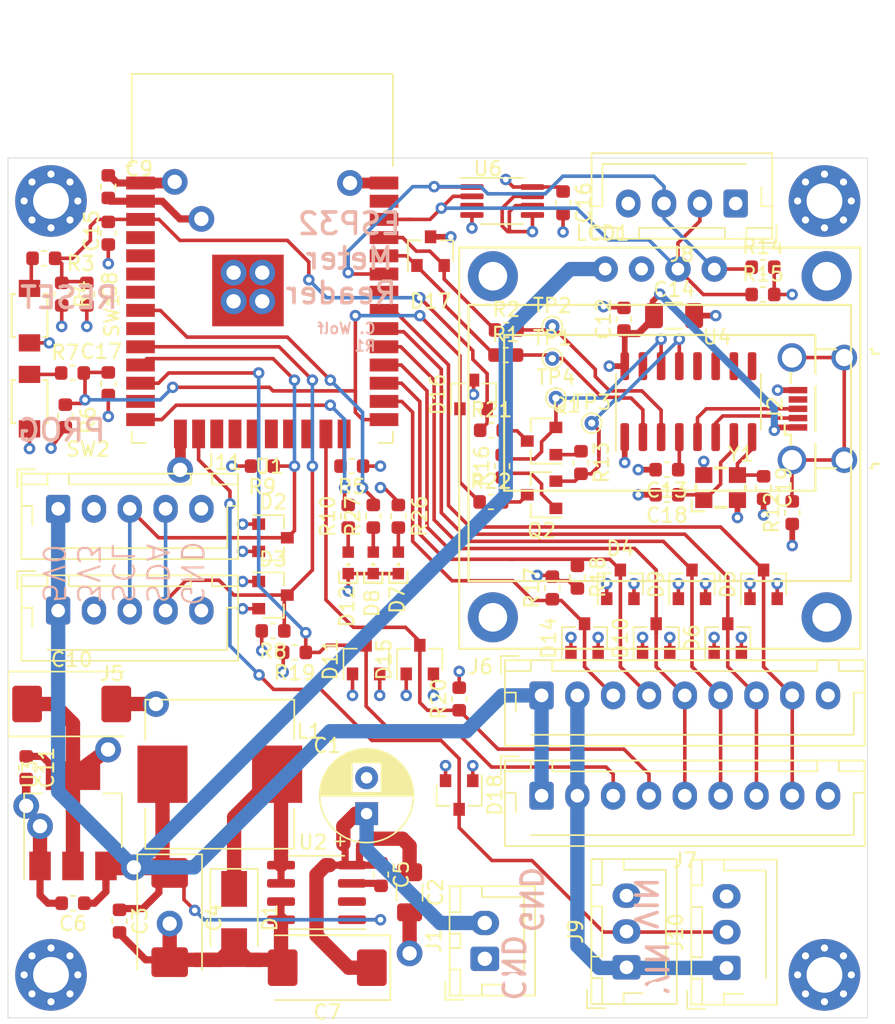
<source format=kicad_pcb>
(kicad_pcb (version 20171130) (host pcbnew "(5.1.6)-1")
  (layers (0 F.Cu signal) (1 In1.Cu signal hide) (2 In2.Cu signal hide) (31 B.Cu signal) (34 B.Paste user hide) (35 F.Paste user hide) (36 B.SilkS user hide) (37 F.SilkS user) (38 B.Mask user hide) (39 F.Mask user hide) (44 Edge.Cuts user))
  (net 0 "")
  (net 1 GND)
  (net 2 VCC)
  (net 3 +5V)
  (net 4 "Net-(C5-Pad2)")
  (net 5 /RESET)
  (net 6 +3V3)
  (net 7 "Net-(D1-Pad1)")
  (net 8 /TXD)
  (net 9 /RXD)
  (net 10 "Net-(J2-Pad2)")
  (net 11 "Net-(R1-Pad2)")
  (net 12 "Net-(R2-Pad2)")
  (net 13 "Net-(R3-Pad1)")
  (net 14 "Net-(R5-Pad2)")
  (net 15 /PROG)
  (net 16 "Net-(R7-Pad1)")
  (net 17 "Net-(U1-Pad32)")
  (net 18 "Net-(U1-Pad22)")
  (net 19 "Net-(U1-Pad21)")
  (net 20 "Net-(U1-Pad20)")
  (net 21 "Net-(U1-Pad19)")
  (net 22 "Net-(U1-Pad18)")
  (net 23 "Net-(U1-Pad17)")
  (net 24 "Net-(U1-Pad13)")
  (net 25 "Net-(U1-Pad9)")
  (net 26 "Net-(U1-Pad7)")
  (net 27 "Net-(U1-Pad6)")
  (net 28 "Net-(U1-Pad5)")
  (net 29 "Net-(U1-Pad4)")
  (net 30 "Net-(U2-Pad2)")
  (net 31 "Net-(J2-Pad3)")
  (net 32 "Net-(R10-Pad2)")
  (net 33 "Net-(D4-Pad3)")
  (net 34 "Net-(D5-Pad3)")
  (net 35 "Net-(D6-Pad3)")
  (net 36 "Net-(D7-Pad2)")
  (net 37 "Net-(D8-Pad2)")
  (net 38 "Net-(R27-Pad2)")
  (net 39 "Net-(U6-Pad3)")
  (net 40 "Net-(U1-Pad37)")
  (net 41 /SDA_EXT)
  (net 42 /SCL_EXT)
  (net 43 /SCL_LOC)
  (net 44 /SDA_LOC)
  (net 45 "Net-(D9-Pad3)")
  (net 46 "Net-(D10-Pad3)")
  (net 47 "Net-(D11-Pad3)")
  (net 48 "Net-(D12-Pad2)")
  (net 49 "Net-(D14-Pad3)")
  (net 50 "Net-(D15-Pad3)")
  (net 51 "Net-(J2-Pad4)")
  (net 52 "Net-(J2-Pad6)")
  (net 53 "Net-(Q1-Pad2)")
  (net 54 "Net-(Q1-Pad1)")
  (net 55 "Net-(Q2-Pad2)")
  (net 56 "Net-(Q2-Pad1)")
  (net 57 "Net-(U4-Pad15)")
  (net 58 "Net-(U4-Pad12)")
  (net 59 "Net-(U4-Pad11)")
  (net 60 "Net-(U4-Pad10)")
  (net 61 "Net-(U4-Pad9)")
  (net 62 /USB/USB_5V)
  (net 63 /USB/USB_3V3)
  (net 64 "Net-(Q1-Pad3)")
  (net 65 "Net-(Q2-Pad3)")
  (net 66 "Net-(C18-Pad1)")
  (net 67 "Net-(C19-Pad1)")
  (net 68 "Net-(D18-Pad3)")
  (module Resistor_SMD:R_0603_1608Metric (layer F.Cu) (at 4.5 15)
    (fp_text reference R7 (at -0.5 -1.43) (layer F.SilkS))
    (fp_text value 470R)
    (pad 2 smd roundrect (at 0.7875 0) (size 0.875 0.95) (layers F.Cu F.Paste F.Mask) (net 15 /PROG))
    (pad 1 smd roundrect (at -0.7875 0) (size 0.875 0.95) (layers F.Cu F.Paste F.Mask) (net 16 "Net-(R7-Pad1)"))
  )
  (module Resistor_SMD:R_0603_1608Metric (layer F.Cu) (at 2.5 7)
    (fp_text reference R3 (at 2.58 0.366) (layer F.SilkS))
    (fp_text value 470R)
    (pad 2 smd roundrect (at 0.7875 0) (size 0.875 0.95) (layers F.Cu F.Paste F.Mask) (net 5 /RESET))
    (pad 1 smd roundrect (at -0.7875 0) (size 0.875 0.95) (layers F.Cu F.Paste F.Mask) (net 13 "Net-(R3-Pad1)"))
  )
  (module custom:K2-1823SA-A4DW-06 (layer F.Cu) (at 1.5 17 270)
    (fp_text reference SW2 (at 3.32 -4.088 180) (layer F.SilkS))
    (fp_text value SW_Push)
    (pad 2 smd rect (at 1.9 0 270) (size 1.2 1.5) (layers F.Cu F.Paste F.Mask) (net 1 GND))
    (pad 1 smd rect (at -1.9 0 270) (size 1.2 1.5) (layers F.Cu F.Paste F.Mask) (net 16 "Net-(R7-Pad1)"))
    (pad "" np_thru_hole circle (at 0 0 270) (size 0.7 0.7) (drill 0.7) (layers *.Cu *.Mask))
  )
  (module custom:K2-1823SA-A4DW-06 (layer F.Cu) (at 1.5 11 270)
    (fp_text reference SW1 (at 0 -5.75 270) (layer F.SilkS))
    (fp_text value SW_Push)
    (pad 2 smd rect (at 1.9 0 270) (size 1.2 1.5) (layers F.Cu F.Paste F.Mask) (net 1 GND))
    (pad 1 smd rect (at -1.9 0 270) (size 1.2 1.5) (layers F.Cu F.Paste F.Mask) (net 13 "Net-(R3-Pad1)"))
    (pad "" np_thru_hole circle (at 0 0 270) (size 0.7 0.7) (drill 0.7) (layers *.Cu *.Mask))
  )
  (module Package_TO_SOT_SMD:SOT-23 (layer F.Cu) (at 31.496 44.45 270)
    (fp_text reference D18 (at 0 -2.5 90) (layer F.SilkS))
    (fp_text value BAT54S)
    (pad 3 smd rect (at 1 0 270) (size 0.9 0.8) (layers F.Cu F.Paste F.Mask) (net 68 "Net-(D18-Pad3)"))
    (pad 2 smd rect (at -1 0.95 270) (size 0.9 0.8) (layers F.Cu F.Paste F.Mask) (net 6 +3V3))
    (pad 1 smd rect (at -1 -0.95 270) (size 0.9 0.8) (layers F.Cu F.Paste F.Mask) (net 1 GND))
  )
  (module Connector_JST:JST_XH_B3B-XH-AM_1x03_P2.50mm_Vertical (layer F.Cu) (at 50.165 56.515 90)
    (fp_text reference J10 (at 2.5 -3.55 90) (layer F.SilkS))
    (fp_text value Conn_01x05)
    (pad "" np_thru_hole circle (at -1.6 2 90) (size 1.2 1.2) (drill 1.2) (layers *.Cu *.Mask))
    (pad 3 thru_hole oval (at 5 0 90) (size 1.7 1.95) (drill 0.95) (layers *.Cu *.Mask) (net 1 GND))
    (pad 2 thru_hole oval (at 2.5 0 90) (size 1.7 1.95) (drill 0.95) (layers *.Cu *.Mask) (net 68 "Net-(D18-Pad3)"))
    (pad 1 thru_hole roundrect (at 0 0 90) (size 1.7 1.95) (drill 0.95) (layers *.Cu *.Mask) (roundrect_rratio 0.147059) (net 6 +3V3))
  )
  (module Connector_JST:JST_XH_B3B-XH-AM_1x03_P2.50mm_Vertical (layer F.Cu) (at 43.18 56.475 90)
    (fp_text reference J9 (at 2.5 -3.55 90) (layer F.SilkS))
    (fp_text value Conn_01x05)
    (pad "" np_thru_hole circle (at -1.6 2 90) (size 1.2 1.2) (drill 1.2) (layers *.Cu *.Mask))
    (pad 3 thru_hole oval (at 5 0 90) (size 1.7 1.95) (drill 0.95) (layers *.Cu *.Mask) (net 1 GND))
    (pad 2 thru_hole oval (at 2.5 0 90) (size 1.7 1.95) (drill 0.95) (layers *.Cu *.Mask) (net 68 "Net-(D18-Pad3)"))
    (pad 1 thru_hole roundrect (at 0 0 90) (size 1.7 1.95) (drill 0.95) (layers *.Cu *.Mask) (roundrect_rratio 0.147059) (net 6 +3V3))
  )
  (module Connector_JST:JST_XH_B4B-XH-AM_1x04_P2.50mm_Vertical (layer F.Cu) (at 50.8 3.175 180)
    (fp_text reference J8 (at 3.75 -3.55) (layer F.SilkS))
    (fp_text value Conn_01x05)
    (pad "" np_thru_hole circle (at -1.6 2 180) (size 1.2 1.2) (drill 1.2) (layers *.Cu *.Mask))
    (pad 4 thru_hole oval (at 7.5 0 180) (size 1.7 1.95) (drill 0.95) (layers *.Cu *.Mask) (net 1 GND))
    (pad 3 thru_hole oval (at 5 0 180) (size 1.7 1.95) (drill 0.95) (layers *.Cu *.Mask) (net 44 /SDA_LOC))
    (pad 2 thru_hole oval (at 2.5 0 180) (size 1.7 1.95) (drill 0.95) (layers *.Cu *.Mask) (net 43 /SCL_LOC))
    (pad 1 thru_hole roundrect (at 0 0 180) (size 1.7 1.95) (drill 0.95) (layers *.Cu *.Mask) (roundrect_rratio 0.147059) (net 6 +3V3))
  )
  (module Connector_JST:JST_XH_B2B-XH-AM_1x02_P2.50mm_Vertical (layer F.Cu) (at 33.285 55.88 90)
    (fp_text reference J1 (at 1.25 -3.55 90) (layer F.SilkS))
    (fp_text value Conn_01x02)
    (pad "" np_thru_hole circle (at -1.6 2 90) (size 1.2 1.2) (drill 1.2) (layers *.Cu *.Mask))
    (pad 2 thru_hole oval (at 2.5 0 90) (size 1.7 2) (drill 1) (layers *.Cu *.Mask) (net 2 VCC))
    (pad 1 thru_hole roundrect (at 0 0 90) (size 1.7 2) (drill 1) (layers *.Cu *.Mask) (roundrect_rratio 0.147059) (net 1 GND))
  )
  (module TestPoint:TestPoint_THTPad_D1.0mm_Drill0.5mm (layer F.Cu) (at 38.25 16.75)
    (fp_text reference TP4 (at 0 -1.448) (layer F.SilkS))
    (fp_text value TestPoint)
    (pad 1 thru_hole circle (at 0 0) (size 1 1) (drill 0.5) (layers *.Cu *.Mask) (net 53 "Net-(Q1-Pad2)"))
  )
  (module TestPoint:TestPoint_THTPad_D1.0mm_Drill0.5mm (layer F.Cu) (at 40.75 18.5)
    (fp_text reference TP3 (at 0 -1.448) (layer F.SilkS))
    (fp_text value TestPoint)
    (pad 1 thru_hole circle (at 0 0) (size 1 1) (drill 0.5) (layers *.Cu *.Mask) (net 55 "Net-(Q2-Pad2)"))
  )
  (module TestPoint:TestPoint_THTPad_D1.0mm_Drill0.5mm (layer F.Cu) (at 38 11.75)
    (fp_text reference TP2 (at 0 -1.448) (layer F.SilkS))
    (fp_text value TestPoint)
    (pad 1 thru_hole circle (at 0 0) (size 1 1) (drill 0.5) (layers *.Cu *.Mask) (net 12 "Net-(R2-Pad2)"))
  )
  (module TestPoint:TestPoint_THTPad_D1.0mm_Drill0.5mm (layer F.Cu) (at 38 14)
    (fp_text reference TP1 (at 0 -1.448) (layer F.SilkS))
    (fp_text value TestPoint)
    (pad 1 thru_hole circle (at 0 0) (size 1 1) (drill 0.5) (layers *.Cu *.Mask) (net 11 "Net-(R1-Pad2)"))
  )
  (module Resistor_SMD:R_0603_1608Metric (layer F.Cu) (at 25.5 25 90)
    (fp_text reference R27 (at 0 -1.43 90) (layer F.SilkS))
    (fp_text value 470R)
    (pad 2 smd roundrect (at 0.7875 0 90) (size 0.875 0.95) (layers F.Cu F.Paste F.Mask) (net 38 "Net-(R27-Pad2)"))
    (pad 1 smd roundrect (at -0.7875 0 90) (size 0.875 0.95) (layers F.Cu F.Paste F.Mask) (net 37 "Net-(D8-Pad2)"))
  )
  (module Package_TO_SOT_SMD:SOT-23 (layer F.Cu) (at 28.75 35 90)
    (fp_text reference D15 (at 0 -2.5 90) (layer F.SilkS))
    (fp_text value BAT54S)
    (pad 3 smd rect (at 1 0 90) (size 0.9 0.8) (layers F.Cu F.Paste F.Mask) (net 50 "Net-(D15-Pad3)"))
    (pad 2 smd rect (at -1 0.95 90) (size 0.9 0.8) (layers F.Cu F.Paste F.Mask) (net 6 +3V3))
    (pad 1 smd rect (at -1 -0.95 90) (size 0.9 0.8) (layers F.Cu F.Paste F.Mask) (net 1 GND))
  )
  (module Resistor_SMD:R_0603_1608Metric (layer F.Cu) (at 27.25 25 90)
    (fp_text reference R26 (at 0 1.5 90) (layer F.SilkS))
    (fp_text value 470R)
    (pad 2 smd roundrect (at 0.7875 0 90) (size 0.875 0.95) (layers F.Cu F.Paste F.Mask) (net 6 +3V3))
    (pad 1 smd roundrect (at -0.7875 0 90) (size 0.875 0.95) (layers F.Cu F.Paste F.Mask) (net 36 "Net-(D7-Pad2)"))
  )
  (module Resistor_SMD:R_0603_1608Metric (layer F.Cu) (at 33.7125 24)
    (fp_text reference R22 (at 0 -1.43) (layer F.SilkS))
    (fp_text value 470R)
    (pad 2 smd roundrect (at 0.7875 0) (size 0.875 0.95) (layers F.Cu F.Paste F.Mask) (net 65 "Net-(Q2-Pad3)"))
    (pad 1 smd roundrect (at -0.7875 0) (size 0.875 0.95) (layers F.Cu F.Paste F.Mask) (net 15 /PROG))
  )
  (module Resistor_SMD:R_0603_1608Metric (layer F.Cu) (at 33.75 19)
    (fp_text reference R21 (at 0 -1.43) (layer F.SilkS))
    (fp_text value 470R)
    (pad 2 smd roundrect (at 0.7875 0) (size 0.875 0.95) (layers F.Cu F.Paste F.Mask) (net 64 "Net-(Q1-Pad3)"))
    (pad 1 smd roundrect (at -0.7875 0) (size 0.875 0.95) (layers F.Cu F.Paste F.Mask) (net 5 /RESET))
  )
  (module Resistor_SMD:R_0603_1608Metric (layer F.Cu) (at 31.5 37.75 90)
    (fp_text reference R20 (at 0 -1.43 90) (layer F.SilkS))
    (fp_text value 4.7K)
    (pad 2 smd roundrect (at 0.7875 0 90) (size 0.875 0.95) (layers F.Cu F.Paste F.Mask) (net 6 +3V3))
    (pad 1 smd roundrect (at -0.7875 0 90) (size 0.875 0.95) (layers F.Cu F.Paste F.Mask) (net 50 "Net-(D15-Pad3)"))
  )
  (module Resistor_SMD:R_0603_1608Metric (layer F.Cu) (at 20 34.5 180)
    (fp_text reference R19 (at 0 -1.43) (layer F.SilkS))
    (fp_text value 4.7K)
    (pad 2 smd roundrect (at 0.7875 0 180) (size 0.875 0.95) (layers F.Cu F.Paste F.Mask) (net 6 +3V3))
    (pad 1 smd roundrect (at -0.7875 0 180) (size 0.875 0.95) (layers F.Cu F.Paste F.Mask) (net 47 "Net-(D11-Pad3)"))
  )
  (module Resistor_SMD:R_0603_1608Metric (layer F.Cu) (at 39.75 29.25 270)
    (fp_text reference R18 (at 0 -1.43 90) (layer F.SilkS))
    (fp_text value 4.7K)
    (pad 2 smd roundrect (at 0.7875 0 270) (size 0.875 0.95) (layers F.Cu F.Paste F.Mask) (net 6 +3V3))
    (pad 1 smd roundrect (at -0.7875 0 270) (size 0.875 0.95) (layers F.Cu F.Paste F.Mask) (net 33 "Net-(D4-Pad3)"))
  )
  (module Resistor_SMD:R_0603_1608Metric (layer F.Cu) (at 38 30 90)
    (fp_text reference R17 (at 0 -1.43 90) (layer F.SilkS))
    (fp_text value 4.7K)
    (pad 2 smd roundrect (at 0.7875 0 90) (size 0.875 0.95) (layers F.Cu F.Paste F.Mask) (net 6 +3V3))
    (pad 1 smd roundrect (at -0.7875 0 90) (size 0.875 0.95) (layers F.Cu F.Paste F.Mask) (net 49 "Net-(D14-Pad3)"))
  )
  (module Resistor_SMD:R_0603_1608Metric (layer F.Cu) (at 34.5 21.5 90)
    (fp_text reference R16 (at 0 -1.43 90) (layer F.SilkS))
    (fp_text value 10K)
    (pad 2 smd roundrect (at 0.7875 0 90) (size 0.875 0.95) (layers F.Cu F.Paste F.Mask) (net 53 "Net-(Q1-Pad2)"))
    (pad 1 smd roundrect (at -0.7875 0 90) (size 0.875 0.95) (layers F.Cu F.Paste F.Mask) (net 56 "Net-(Q2-Pad1)"))
  )
  (module Resistor_SMD:R_0603_1608Metric (layer F.Cu) (at 52.705 9.525)
    (fp_text reference R15 (at 0 -1.43) (layer F.SilkS))
    (fp_text value 4.7K)
    (pad 2 smd roundrect (at 0.7875 0) (size 0.875 0.95) (layers F.Cu F.Paste F.Mask) (net 6 +3V3))
    (pad 1 smd roundrect (at -0.7875 0) (size 0.875 0.95) (layers F.Cu F.Paste F.Mask) (net 43 /SCL_LOC))
  )
  (module Resistor_SMD:R_0603_1608Metric (layer F.Cu) (at 52.705 7.62)
    (fp_text reference R14 (at 0 -1.43) (layer F.SilkS))
    (fp_text value 4.7K)
    (pad 2 smd roundrect (at 0.7875 0) (size 0.875 0.95) (layers F.Cu F.Paste F.Mask) (net 6 +3V3))
    (pad 1 smd roundrect (at -0.7875 0) (size 0.875 0.95) (layers F.Cu F.Paste F.Mask) (net 44 /SDA_LOC))
  )
  (module Resistor_SMD:R_0603_1608Metric (layer F.Cu) (at 40 21.25 270)
    (fp_text reference R13 (at 0 -1.43 90) (layer F.SilkS))
    (fp_text value 10K)
    (pad 2 smd roundrect (at 0.7875 0 270) (size 0.875 0.95) (layers F.Cu F.Paste F.Mask) (net 55 "Net-(Q2-Pad2)"))
    (pad 1 smd roundrect (at -0.7875 0 270) (size 0.875 0.95) (layers F.Cu F.Paste F.Mask) (net 54 "Net-(Q1-Pad1)"))
  )
  (module Resistor_SMD:R_0603_1608Metric (layer F.Cu) (at 54.75 24.75 90)
    (fp_text reference R12 (at 0 -1.43 90) (layer F.SilkS))
    (fp_text value 100R)
    (pad 2 smd roundrect (at 0.7875 0 90) (size 0.875 0.95) (layers F.Cu F.Paste F.Mask) (net 52 "Net-(J2-Pad6)"))
    (pad 1 smd roundrect (at -0.7875 0 90) (size 0.875 0.95) (layers F.Cu F.Paste F.Mask) (net 1 GND))
  )
  (module Resistor_SMD:R_0603_1608Metric (layer F.Cu) (at 23.75 25 90)
    (fp_text reference R10 (at 0 -1.43 90) (layer F.SilkS))
    (fp_text value 470R)
    (pad 2 smd roundrect (at 0.7875 0 90) (size 0.875 0.95) (layers F.Cu F.Paste F.Mask) (net 32 "Net-(R10-Pad2)"))
    (pad 1 smd roundrect (at -0.7875 0 90) (size 0.875 0.95) (layers F.Cu F.Paste F.Mask) (net 48 "Net-(D12-Pad2)"))
  )
  (module Resistor_SMD:R_0603_1608Metric (layer F.Cu) (at 17.75 21.5 180)
    (fp_text reference R9 (at 0 -1.43) (layer F.SilkS))
    (fp_text value 4.7K)
    (pad 2 smd roundrect (at 0.7875 0 180) (size 0.875 0.95) (layers F.Cu F.Paste F.Mask) (net 6 +3V3))
    (pad 1 smd roundrect (at -0.7875 0 180) (size 0.875 0.95) (layers F.Cu F.Paste F.Mask) (net 42 /SCL_EXT))
  )
  (module Resistor_SMD:R_0603_1608Metric (layer F.Cu) (at 18.5 33 180)
    (fp_text reference R8 (at 0 -1.43) (layer F.SilkS))
    (fp_text value 4.7K)
    (pad 2 smd roundrect (at 0.7875 0 180) (size 0.875 0.95) (layers F.Cu F.Paste F.Mask) (net 6 +3V3))
    (pad 1 smd roundrect (at -0.7875 0 180) (size 0.875 0.95) (layers F.Cu F.Paste F.Mask) (net 41 /SDA_EXT))
  )
  (module Resistor_SMD:R_0603_1608Metric (layer F.Cu) (at 4 18 270)
    (fp_text reference R6 (at 0.288 -1.588 90) (layer F.SilkS))
    (fp_text value 4.7K)
    (pad 2 smd roundrect (at 0.7875 0 270) (size 0.875 0.95) (layers F.Cu F.Paste F.Mask) (net 6 +3V3))
    (pad 1 smd roundrect (at -0.7875 0 270) (size 0.875 0.95) (layers F.Cu F.Paste F.Mask) (net 15 /PROG))
  )
  (module Resistor_SMD:R_0603_1608Metric (layer F.Cu) (at 24 21.5 180)
    (fp_text reference R5 (at 0 -1.43) (layer F.SilkS))
    (fp_text value 4.7K)
    (pad 2 smd roundrect (at 0.7875 0 180) (size 0.875 0.95) (layers F.Cu F.Paste F.Mask) (net 14 "Net-(R5-Pad2)"))
    (pad 1 smd roundrect (at -0.7875 0 180) (size 0.875 0.95) (layers F.Cu F.Paste F.Mask) (net 1 GND))
  )
  (module Resistor_SMD:R_0603_1608Metric (layer F.Cu) (at 3.75 9.5 270)
    (fp_text reference R4 (at 0 -1.43 90) (layer F.SilkS))
    (fp_text value 10K)
    (pad 2 smd roundrect (at 0.7875 0 270) (size 0.875 0.95) (layers F.Cu F.Paste F.Mask) (net 6 +3V3))
    (pad 1 smd roundrect (at -0.7875 0 270) (size 0.875 0.95) (layers F.Cu F.Paste F.Mask) (net 5 /RESET))
  )
  (module Resistor_SMD:R_0603_1608Metric (layer F.Cu) (at 34.7875 12)
    (fp_text reference R2 (at 0 -1.43) (layer F.SilkS))
    (fp_text value 470R)
    (pad 2 smd roundrect (at 0.7875 0) (size 0.875 0.95) (layers F.Cu F.Paste F.Mask) (net 12 "Net-(R2-Pad2)"))
    (pad 1 smd roundrect (at -0.7875 0) (size 0.875 0.95) (layers F.Cu F.Paste F.Mask) (net 8 /TXD))
  )
  (module Diode_SMD:D_SMA (layer F.Cu) (at 15.785 53 270)
    (fp_text reference D1 (at 0 -2.5 90) (layer F.SilkS))
    (fp_text value SS36)
    (pad 2 smd rect (at 2 0 270) (size 2.5 1.8) (layers F.Cu F.Paste F.Mask) (net 1 GND))
    (pad 1 smd rect (at -2 0 270) (size 2.5 1.8) (layers F.Cu F.Paste F.Mask) (net 7 "Net-(D1-Pad1)"))
  )
  (module Capacitor_SMD:C_0603_1608Metric (layer F.Cu) (at 52.75 23 270)
    (fp_text reference C19 (at 0 -1.43 90) (layer F.SilkS))
    (fp_text value "10 pF")
    (pad 2 smd roundrect (at 0.7875 0 270) (size 0.875 0.95) (layers F.Cu F.Paste F.Mask) (net 1 GND))
    (pad 1 smd roundrect (at -0.7875 0 270) (size 0.875 0.95) (layers F.Cu F.Paste F.Mask) (net 67 "Net-(C19-Pad1)"))
  )
  (module Capacitor_SMD:C_0603_1608Metric (layer F.Cu) (at 7 15.75 270)
    (fp_text reference C17 (at -2.25 0.5 180) (layer F.SilkS))
    (fp_text value DNP)
    (pad 2 smd roundrect (at 0.7875 0 270) (size 0.875 0.95) (layers F.Cu F.Paste F.Mask) (net 1 GND))
    (pad 1 smd roundrect (at -0.7875 0 270) (size 0.875 0.95) (layers F.Cu F.Paste F.Mask) (net 15 /PROG))
  )
  (module Capacitor_SMD:C_0603_1608Metric (layer F.Cu) (at 38.75 3.125 270)
    (fp_text reference C16 (at 0 -1.43 90) (layer F.SilkS))
    (fp_text value "0.1 uF")
    (pad 2 smd roundrect (at 0.7875 0 270) (size 0.875 0.95) (layers F.Cu F.Paste F.Mask) (net 1 GND))
    (pad 1 smd roundrect (at -0.7875 0 270) (size 0.875 0.95) (layers F.Cu F.Paste F.Mask) (net 6 +3V3))
  )
  (module Capacitor_SMD:C_0603_1608Metric (layer F.Cu) (at 7 5.25 270)
    (fp_text reference C15 (at -0.17 1.158 90) (layer F.SilkS))
    (fp_text value DNP)
    (pad 2 smd roundrect (at 0.7875 0 270) (size 0.875 0.95) (layers F.Cu F.Paste F.Mask) (net 1 GND))
    (pad 1 smd roundrect (at -0.7875 0 270) (size 0.875 0.95) (layers F.Cu F.Paste F.Mask) (net 5 /RESET))
  )
  (module Capacitor_SMD:C_1206_3216Metric (layer F.Cu) (at 46.5 11)
    (fp_text reference C14 (at 0 -1.82) (layer F.SilkS))
    (fp_text value "10 uF")
    (pad 2 smd roundrect (at 1.4 0) (size 1.25 1.75) (layers F.Cu F.Paste F.Mask) (roundrect_rratio 0.2) (net 1 GND))
    (pad 1 smd roundrect (at -1.4 0) (size 1.25 1.75) (layers F.Cu F.Paste F.Mask) (roundrect_rratio 0.2) (net 62 /USB/USB_5V))
  )
  (module Capacitor_SMD:C_0603_1608Metric (layer F.Cu) (at 46 21.75 180)
    (fp_text reference C13 (at 0 -1.43) (layer F.SilkS))
    (fp_text value "0.1 uF")
    (pad 2 smd roundrect (at 0.7875 0 180) (size 0.875 0.95) (layers F.Cu F.Paste F.Mask) (net 1 GND))
    (pad 1 smd roundrect (at -0.7875 0 180) (size 0.875 0.95) (layers F.Cu F.Paste F.Mask) (net 63 /USB/USB_3V3))
  )
  (module Capacitor_SMD:C_0603_1608Metric (layer F.Cu) (at 43 11.25 90)
    (fp_text reference C12 (at 0 -1.43 90) (layer F.SilkS))
    (fp_text value "0.1 uF")
    (pad 2 smd roundrect (at 0.7875 0 90) (size 0.875 0.95) (layers F.Cu F.Paste F.Mask) (net 1 GND))
    (pad 1 smd roundrect (at -0.7875 0 90) (size 0.875 0.95) (layers F.Cu F.Paste F.Mask) (net 62 /USB/USB_5V))
  )
  (module Capacitor_SMD:C_0603_1608Metric (layer F.Cu) (at 1.27 42.545 270)
    (fp_text reference C11 (at 0 -1.43 90) (layer F.SilkS))
    (fp_text value "1 uF")
    (pad 2 smd roundrect (at 0.7875 0 270) (size 0.875 0.95) (layers F.Cu F.Paste F.Mask) (net 1 GND))
    (pad 1 smd roundrect (at -0.7875 0 270) (size 0.875 0.95) (layers F.Cu F.Paste F.Mask) (net 6 +3V3))
  )
  (module Capacitor_Tantalum_SMD:CP_EIA-7343-20_Kemet-V (layer F.Cu) (at 4.445 38.1)
    (fp_text reference C10 (at 0 -3.1) (layer F.SilkS))
    (fp_text value 100uF)
    (pad 2 smd roundrect (at 3.1125 0) (size 2.075 2.55) (layers F.Cu F.Paste F.Mask) (roundrect_rratio 0.120482) (net 1 GND))
    (pad 1 smd roundrect (at -3.1125 0) (size 2.075 2.55) (layers F.Cu F.Paste F.Mask) (roundrect_rratio 0.120482) (net 6 +3V3))
  )
  (module Capacitor_SMD:C_0603_1608Metric (layer F.Cu) (at 7 2 90)
    (fp_text reference C9 (at 1.238 2.144) (layer F.SilkS))
    (fp_text value "1 uF")
    (pad 2 smd roundrect (at 0.7875 0 90) (size 0.875 0.95) (layers F.Cu F.Paste F.Mask) (net 1 GND))
    (pad 1 smd roundrect (at -0.7875 0 90) (size 0.875 0.95) (layers F.Cu F.Paste F.Mask) (net 6 +3V3))
  )
  (module Capacitor_SMD:C_0603_1608Metric (layer F.Cu) (at 5.5 9.5 270)
    (fp_text reference C8 (at -0.61 -1.612 90) (layer F.SilkS))
    (fp_text value "0.1 uF")
    (pad 2 smd roundrect (at 0.7875 0 270) (size 0.875 0.95) (layers F.Cu F.Paste F.Mask) (net 1 GND))
    (pad 1 smd roundrect (at -0.7875 0 270) (size 0.875 0.95) (layers F.Cu F.Paste F.Mask) (net 5 /RESET))
  )
  (module Capacitor_Tantalum_SMD:CP_EIA-7343-20_Kemet-V (layer F.Cu) (at 22.285 56.5 180)
    (fp_text reference C7 (at 0 -3.1) (layer F.SilkS))
    (fp_text value 47uF)
    (pad 2 smd roundrect (at 3.1125 0 180) (size 2.075 2.55) (layers F.Cu F.Paste F.Mask) (roundrect_rratio 0.120482) (net 1 GND))
    (pad 1 smd roundrect (at -3.1125 0 180) (size 2.075 2.55) (layers F.Cu F.Paste F.Mask) (roundrect_rratio 0.120482) (net 2 VCC))
  )
  (module Capacitor_SMD:C_0603_1608Metric (layer F.Cu) (at 4.535 52 180)
    (fp_text reference C6 (at 0 -1.43) (layer F.SilkS))
    (fp_text value "1 uF")
    (pad 2 smd roundrect (at 0.7875 0 180) (size 0.875 0.95) (layers F.Cu F.Paste F.Mask) (net 1 GND))
    (pad 1 smd roundrect (at -0.7875 0 180) (size 0.875 0.95) (layers F.Cu F.Paste F.Mask) (net 3 +5V))
  )
  (module Capacitor_SMD:C_0603_1608Metric (layer F.Cu) (at 26.035 50 270)
    (fp_text reference C5 (at 0 -1.43 90) (layer F.SilkS))
    (fp_text value "1 uF")
    (pad 2 smd roundrect (at 0.7875 0 270) (size 0.875 0.95) (layers F.Cu F.Paste F.Mask) (net 4 "Net-(C5-Pad2)"))
    (pad 1 smd roundrect (at -0.7875 0 270) (size 0.875 0.95) (layers F.Cu F.Paste F.Mask) (net 2 VCC))
  )
  (module Capacitor_Tantalum_SMD:CP_EIA-7343-20_Kemet-V (layer F.Cu) (at 11.285 53 270)
    (fp_text reference C4 (at 0 -3.1 90) (layer F.SilkS))
    (fp_text value 100uF)
    (pad 2 smd roundrect (at 3.1125 0 270) (size 2.075 2.55) (layers F.Cu F.Paste F.Mask) (roundrect_rratio 0.120482) (net 1 GND))
    (pad 1 smd roundrect (at -3.1125 0 270) (size 2.075 2.55) (layers F.Cu F.Paste F.Mask) (roundrect_rratio 0.120482) (net 3 +5V))
  )
  (module Capacitor_SMD:C_0603_1608Metric (layer F.Cu) (at 7.785 53.25 270)
    (fp_text reference C3 (at 0 -1.43 90) (layer F.SilkS))
    (fp_text value "1 uF")
    (pad 2 smd roundrect (at 0.7875 0 270) (size 0.875 0.95) (layers F.Cu F.Paste F.Mask) (net 1 GND))
    (pad 1 smd roundrect (at -0.7875 0 270) (size 0.875 0.95) (layers F.Cu F.Paste F.Mask) (net 3 +5V))
  )
  (module Capacitor_SMD:C_1206_3216Metric (layer F.Cu) (at 28.035 51.2375 270)
    (fp_text reference C2 (at 0 -1.82 90) (layer F.SilkS))
    (fp_text value "1 uF")
    (pad 2 smd roundrect (at 1.4 0 270) (size 1.25 1.75) (layers F.Cu F.Paste F.Mask) (roundrect_rratio 0.2) (net 1 GND))
    (pad 1 smd roundrect (at -1.4 0 270) (size 1.25 1.75) (layers F.Cu F.Paste F.Mask) (roundrect_rratio 0.2) (net 2 VCC))
  )
  (module custom:CRYSTAL-SMD-3.2X2.5MM (layer F.Cu) (at 49.75 23)
    (fp_text reference Y1 (at 2.413 -2.921 -180) (layer F.SilkS) (effects (justify right top)))
    (fp_text value Crystal hide)
    (pad 4 smd rect (at -1.175 -0.875 180) (size 1.2 1.1) (layers F.Cu F.Paste F.Mask) (net 1 GND))
    (pad 3 smd rect (at 1.175 -0.875) (size 1.2 1.1) (layers F.Cu F.Paste F.Mask) (net 67 "Net-(C19-Pad1)"))
    (pad 2 smd rect (at 1.175 0.875) (size 1.2 1.1) (layers F.Cu F.Paste F.Mask) (net 1 GND))
    (pad 1 smd rect (at -1.175 0.875 180) (size 1.2 1.1) (layers F.Cu F.Paste F.Mask) (net 66 "Net-(C18-Pad1)"))
  )
  (module Resistor_SMD:R_0603_1608Metric (layer F.Cu) (at 34.75 13.75)
    (fp_text reference R1 (at 0 -1.43) (layer F.SilkS))
    (fp_text value 470R)
    (pad 2 smd roundrect (at 0.7875 0) (size 0.875 0.95) (layers F.Cu F.Paste F.Mask) (net 11 "Net-(R1-Pad2)"))
    (pad 1 smd roundrect (at -0.7875 0) (size 0.875 0.95) (layers F.Cu F.Paste F.Mask) (net 9 /RXD))
  )
  (module Capacitor_SMD:C_0603_1608Metric (layer F.Cu) (at 46 23.5 180)
    (fp_text reference C18 (at 0 -1.43) (layer F.SilkS))
    (fp_text value "10 pF")
    (pad 2 smd roundrect (at 0.7875 0 180) (size 0.875 0.95) (layers F.Cu F.Paste F.Mask) (net 1 GND))
    (pad 1 smd roundrect (at -0.7875 0 180) (size 0.875 0.95) (layers F.Cu F.Paste F.Mask) (net 66 "Net-(C18-Pad1)"))
  )
  (module Package_SO:SOIC-16_3.9x9.9mm_P1.27mm (layer F.Cu) (at 47.5 17 90)
    (fp_text reference U4 (at 4.5 2 180) (layer F.SilkS))
    (fp_text value CH340G)
    (pad 16 smd roundrect (at 2.475 -4.445 90) (size 1.95 0.6) (layers F.Cu F.Paste F.Mask) (net 62 /USB/USB_5V))
    (pad 15 smd roundrect (at 2.475 -3.175 90) (size 1.95 0.6) (layers F.Cu F.Paste F.Mask) (net 57 "Net-(U4-Pad15)"))
    (pad 14 smd roundrect (at 2.475 -1.905 90) (size 1.95 0.6) (layers F.Cu F.Paste F.Mask) (net 53 "Net-(Q1-Pad2)"))
    (pad 13 smd roundrect (at 2.475 -0.635 90) (size 1.95 0.6) (layers F.Cu F.Paste F.Mask) (net 55 "Net-(Q2-Pad2)"))
    (pad 12 smd roundrect (at 2.475 0.635 90) (size 1.95 0.6) (layers F.Cu F.Paste F.Mask) (net 58 "Net-(U4-Pad12)"))
    (pad 11 smd roundrect (at 2.475 1.905 90) (size 1.95 0.6) (layers F.Cu F.Paste F.Mask) (net 59 "Net-(U4-Pad11)"))
    (pad 10 smd roundrect (at 2.475 3.175 90) (size 1.95 0.6) (layers F.Cu F.Paste F.Mask) (net 60 "Net-(U4-Pad10)"))
    (pad 9 smd roundrect (at 2.475 4.445 90) (size 1.95 0.6) (layers F.Cu F.Paste F.Mask) (net 61 "Net-(U4-Pad9)"))
    (pad 8 smd roundrect (at -2.475 4.445 90) (size 1.95 0.6) (layers F.Cu F.Paste F.Mask) (net 67 "Net-(C19-Pad1)"))
    (pad 7 smd roundrect (at -2.475 3.175 90) (size 1.95 0.6) (layers F.Cu F.Paste F.Mask) (net 66 "Net-(C18-Pad1)"))
    (pad 6 smd roundrect (at -2.475 1.905 90) (size 1.95 0.6) (layers F.Cu F.Paste F.Mask) (net 10 "Net-(J2-Pad2)"))
    (pad 5 smd roundrect (at -2.475 0.635 90) (size 1.95 0.6) (layers F.Cu F.Paste F.Mask) (net 31 "Net-(J2-Pad3)"))
    (pad 4 smd roundrect (at -2.475 -0.635 90) (size 1.95 0.6) (layers F.Cu F.Paste F.Mask) (net 63 /USB/USB_3V3))
    (pad 3 smd roundrect (at -2.475 -1.905 90) (size 1.95 0.6) (layers F.Cu F.Paste F.Mask) (net 12 "Net-(R2-Pad2)"))
    (pad 2 smd roundrect (at -2.475 -3.175 90) (size 1.95 0.6) (layers F.Cu F.Paste F.Mask) (net 11 "Net-(R1-Pad2)"))
    (pad 1 smd roundrect (at -2.475 -4.445 90) (size 1.95 0.6) (layers F.Cu F.Paste F.Mask) (net 1 GND))
  )
  (module Connector_JST:JST_XH_B9B-XH-AM_1x09_P2.50mm_Vertical (layer F.Cu) (at 37.25 37.5)
    (fp_text reference J6 (at -4.25 -2) (layer F.SilkS))
    (fp_text value Conn_01x09)
    (pad "" np_thru_hole circle (at -1.6 2) (size 1.2 1.2) (drill 1.2) (layers *.Cu *.Mask))
    (pad 9 thru_hole oval (at 20 0) (size 1.7 1.95) (drill 0.95) (layers *.Cu *.Mask) (net 1 GND))
    (pad 8 thru_hole oval (at 17.5 0) (size 1.7 1.95) (drill 0.95) (layers *.Cu *.Mask) (net 34 "Net-(D5-Pad3)"))
    (pad 7 thru_hole oval (at 15 0) (size 1.7 1.95) (drill 0.95) (layers *.Cu *.Mask) (net 35 "Net-(D6-Pad3)"))
    (pad 6 thru_hole oval (at 12.5 0) (size 1.7 1.95) (drill 0.95) (layers *.Cu *.Mask) (net 45 "Net-(D9-Pad3)"))
    (pad 5 thru_hole oval (at 10 0) (size 1.7 1.95) (drill 0.95) (layers *.Cu *.Mask) (net 46 "Net-(D10-Pad3)"))
    (pad 4 thru_hole oval (at 7.5 0) (size 1.7 1.95) (drill 0.95) (layers *.Cu *.Mask) (net 33 "Net-(D4-Pad3)"))
    (pad 3 thru_hole oval (at 5 0) (size 1.7 1.95) (drill 0.95) (layers *.Cu *.Mask) (net 49 "Net-(D14-Pad3)"))
    (pad 2 thru_hole oval (at 2.5 0) (size 1.7 1.95) (drill 0.95) (layers *.Cu *.Mask) (net 6 +3V3))
    (pad 1 thru_hole roundrect (at 0 0) (size 1.7 1.95) (drill 0.95) (layers *.Cu *.Mask) (roundrect_rratio 0.147059) (net 3 +5V))
  )
  (module Package_TO_SOT_SMD:SOT-23 (layer F.Cu) (at 32.5 16.5 90)
    (fp_text reference D16 (at 0 -2.5 90) (layer F.SilkS))
    (fp_text value BAT54C)
    (pad 3 smd rect (at 1 0 90) (size 0.9 0.8) (layers F.Cu F.Paste F.Mask) (net 6 +3V3))
    (pad 2 smd rect (at -1 0.95 90) (size 0.9 0.8) (layers F.Cu F.Paste F.Mask) (net 5 /RESET))
    (pad 1 smd rect (at -1 -0.95 90) (size 0.9 0.8) (layers F.Cu F.Paste F.Mask) (net 15 /PROG))
  )
  (module Package_TO_SOT_SMD:SOT-23 (layer F.Cu) (at 29.5 6.5 90)
    (fp_text reference D17 (at -3.5 0) (layer F.SilkS))
    (fp_text value BAT54C)
    (pad 3 smd rect (at 1 0 90) (size 0.9 0.8) (layers F.Cu F.Paste F.Mask) (net 6 +3V3))
    (pad 2 smd rect (at -1 0.95 90) (size 0.9 0.8) (layers F.Cu F.Paste F.Mask) (net 8 /TXD))
    (pad 1 smd rect (at -1 -0.95 90) (size 0.9 0.8) (layers F.Cu F.Paste F.Mask) (net 9 /RXD))
  )
  (module Package_TO_SOT_SMD:SOT-23 (layer F.Cu) (at 37.25 23.5 180)
    (fp_text reference Q2 (at 0 -2.5) (layer F.SilkS))
    (fp_text value BC817)
    (pad 3 smd rect (at 1 0 180) (size 0.9 0.8) (layers F.Cu F.Paste F.Mask) (net 65 "Net-(Q2-Pad3)"))
    (pad 2 smd rect (at -1 0.95 180) (size 0.9 0.8) (layers F.Cu F.Paste F.Mask) (net 55 "Net-(Q2-Pad2)"))
    (pad 1 smd rect (at -1 -0.95 180) (size 0.9 0.8) (layers F.Cu F.Paste F.Mask) (net 56 "Net-(Q2-Pad1)"))
  )
  (module Package_TO_SOT_SMD:SOT-23 (layer F.Cu) (at 37.25 19.75 180)
    (fp_text reference Q1 (at -1.75 2.5) (layer F.SilkS))
    (fp_text value BC817)
    (pad 3 smd rect (at 1 0 180) (size 0.9 0.8) (layers F.Cu F.Paste F.Mask) (net 64 "Net-(Q1-Pad3)"))
    (pad 2 smd rect (at -1 0.95 180) (size 0.9 0.8) (layers F.Cu F.Paste F.Mask) (net 53 "Net-(Q1-Pad2)"))
    (pad 1 smd rect (at -1 -0.95 180) (size 0.9 0.8) (layers F.Cu F.Paste F.Mask) (net 54 "Net-(Q1-Pad1)"))
  )
  (module custom:12864-DISP-I2C (layer F.Cu) (at 45.5 7.75)
    (fp_text reference LCD1 (at -4 -2.5) (layer F.SilkS))
    (fp_text value 0.96"-SSD1306-DISP-I2C)
    (pad 1 thru_hole circle (at -3.81 0) (size 1.778 1.778) (drill 0.889) (layers *.Cu *.Mask) (net 3 +5V))
    (pad 2 thru_hole circle (at -1.27 0) (size 1.778 1.778) (drill 0.889) (layers *.Cu *.Mask) (net 1 GND))
    (pad 3 thru_hole circle (at 1.27 0) (size 1.778 1.778) (drill 0.889) (layers *.Cu *.Mask) (net 43 /SCL_LOC))
    (pad 4 thru_hole circle (at 3.81 0) (size 1.778 1.778) (drill 0.889) (layers *.Cu *.Mask) (net 44 /SDA_LOC))
    (pad 8 thru_hole circle (at 11.65 0.5) (size 3.5 3.5) (drill 2) (layers *.Cu *.Mask))
    (pad 8 thru_hole circle (at -11.65 0.5) (size 3.5 3.5) (drill 2) (layers *.Cu *.Mask))
    (pad 8 thru_hole circle (at -11.65 24.3) (size 3.5 3.5) (drill 2) (layers *.Cu *.Mask))
    (pad 8 thru_hole circle (at 11.65 24.3 90) (size 3.5 3.5) (drill 2) (layers *.Cu *.Mask))
  )
  (module custom:USB_Micro-B_XKB_U254-051N-4BH806 (layer F.Cu) (at 56.25 17.5 90)
    (fp_text reference J2 (at 0 -2.7 90) (layer F.SilkS))
    (fp_text value USB_B_Micro)
    (pad 1 smd rect (at -1.3 -1.1 90) (size 0.45 1.3) (layers F.Cu F.Paste F.Mask) (net 62 /USB/USB_5V))
    (pad 2 smd rect (at -0.65 -1.1 90) (size 0.45 1.3) (layers F.Cu F.Paste F.Mask) (net 10 "Net-(J2-Pad2)"))
    (pad 3 smd rect (at 0 -1.1 90) (size 0.45 1.3) (layers F.Cu F.Paste F.Mask) (net 31 "Net-(J2-Pad3)"))
    (pad 4 smd rect (at 0.65 -1.1 90) (size 0.45 1.3) (layers F.Cu F.Paste F.Mask) (net 51 "Net-(J2-Pad4)"))
    (pad 5 smd rect (at 1.3 -1.1 90) (size 0.45 1.3) (layers F.Cu F.Paste F.Mask) (net 1 GND))
    (pad 6 thru_hole circle (at -3.575 -1.52 90) (size 2 2) (drill 1.4) (layers *.Cu *.Mask) (net 52 "Net-(J2-Pad6)"))
    (pad 6 thru_hole circle (at 3.575 -1.52 90) (size 2 2) (drill 1.4) (layers *.Cu *.Mask) (net 52 "Net-(J2-Pad6)"))
    (pad 6 thru_hole circle (at -3.575 2.13 90) (size 1.8 1.8) (drill 1.2) (layers *.Cu *.Mask) (net 52 "Net-(J2-Pad6)"))
    (pad 6 thru_hole circle (at 3.575 2.13 90) (size 1.8 1.8) (drill 1.2) (layers *.Cu *.Mask) (net 52 "Net-(J2-Pad6)"))
    (pad "" np_thru_hole circle (at -2 0 90) (size 0.8 0.8) (drill 0.8) (layers *.Cu *.Mask))
    (pad "" np_thru_hole circle (at 2 0 90) (size 0.8 0.8) (drill 0.8) (layers *.Cu *.Mask))
  )
  (module Package_TO_SOT_SMD:SOT-23 (layer F.Cu) (at 40.25 33.5 90)
    (fp_text reference D14 (at 0 -2.5 90) (layer F.SilkS))
    (fp_text value BAT54S)
    (pad 3 smd rect (at 1 0 90) (size 0.9 0.8) (layers F.Cu F.Paste F.Mask) (net 49 "Net-(D14-Pad3)"))
    (pad 2 smd rect (at -1 0.95 90) (size 0.9 0.8) (layers F.Cu F.Paste F.Mask) (net 6 +3V3))
    (pad 1 smd rect (at -1 -0.95 90) (size 0.9 0.8) (layers F.Cu F.Paste F.Mask) (net 1 GND))
  )
  (module Connector_JST:JST_XH_B9B-XH-AM_1x09_P2.50mm_Vertical (layer F.Cu) (at 37.25 44.5)
    (fp_text reference J7 (at 10 4.5) (layer F.SilkS))
    (fp_text value Conn_01x09)
    (pad "" np_thru_hole circle (at -1.6 2) (size 1.2 1.2) (drill 1.2) (layers *.Cu *.Mask))
    (pad 9 thru_hole oval (at 20 0) (size 1.7 1.95) (drill 0.95) (layers *.Cu *.Mask) (net 1 GND))
    (pad 8 thru_hole oval (at 17.5 0) (size 1.7 1.95) (drill 0.95) (layers *.Cu *.Mask) (net 34 "Net-(D5-Pad3)"))
    (pad 7 thru_hole oval (at 15 0) (size 1.7 1.95) (drill 0.95) (layers *.Cu *.Mask) (net 35 "Net-(D6-Pad3)"))
    (pad 6 thru_hole oval (at 12.5 0) (size 1.7 1.95) (drill 0.95) (layers *.Cu *.Mask) (net 45 "Net-(D9-Pad3)"))
    (pad 5 thru_hole oval (at 10 0) (size 1.7 1.95) (drill 0.95) (layers *.Cu *.Mask) (net 46 "Net-(D10-Pad3)"))
    (pad 4 thru_hole oval (at 7.5 0) (size 1.7 1.95) (drill 0.95) (layers *.Cu *.Mask) (net 50 "Net-(D15-Pad3)"))
    (pad 3 thru_hole oval (at 5 0) (size 1.7 1.95) (drill 0.95) (layers *.Cu *.Mask) (net 47 "Net-(D11-Pad3)"))
    (pad 2 thru_hole oval (at 2.5 0) (size 1.7 1.95) (drill 0.95) (layers *.Cu *.Mask) (net 6 +3V3))
    (pad 1 thru_hole roundrect (at 0 0) (size 1.7 1.95) (drill 0.95) (layers *.Cu *.Mask) (roundrect_rratio 0.147059) (net 3 +5V))
  )
  (module Connector_JST:JST_XH_B5B-XH-AM_1x05_P2.50mm_Vertical (layer F.Cu) (at 3.5 31.58)
    (fp_text reference J5 (at 3.75 4.4) (layer F.SilkS))
    (fp_text value Conn_01x05)
    (pad "" np_thru_hole circle (at -1.6 2) (size 1.2 1.2) (drill 1.2) (layers *.Cu *.Mask))
    (pad 5 thru_hole oval (at 10 0) (size 1.7 1.95) (drill 0.95) (layers *.Cu *.Mask) (net 1 GND))
    (pad 4 thru_hole oval (at 7.5 0) (size 1.7 1.95) (drill 0.95) (layers *.Cu *.Mask) (net 41 /SDA_EXT))
    (pad 3 thru_hole oval (at 5 0) (size 1.7 1.95) (drill 0.95) (layers *.Cu *.Mask) (net 42 /SCL_EXT))
    (pad 2 thru_hole oval (at 2.5 0) (size 1.7 1.95) (drill 0.95) (layers *.Cu *.Mask) (net 6 +3V3))
    (pad 1 thru_hole roundrect (at 0 0) (size 1.7 1.95) (drill 0.95) (layers *.Cu *.Mask) (roundrect_rratio 0.147059) (net 3 +5V))
  )
  (module Inductor_SMD:L_Wuerth_HCI-1040 (layer F.Cu) (at 14.785 43 180)
    (fp_text reference L1 (at -6.25 3 180) (layer F.SilkS))
    (fp_text value 47uH/3A)
    (pad 2 smd rect (at 4 0 180) (size 3.5 4) (layers F.Cu F.Paste F.Mask) (net 3 +5V))
    (pad 1 smd rect (at -4 0 180) (size 3.5 4) (layers F.Cu F.Paste F.Mask) (net 7 "Net-(D1-Pad1)"))
  )
  (module RF_Module:ESP32-WROOM-32 (layer F.Cu) (at 17.75 10)
    (fp_text reference U1 (at 0.5 11.5 180) (layer F.SilkS))
    (fp_text value ESP32-WROOM-32D)
    (pad 38 smd rect (at 8.5 -8.255) (size 2 0.9) (layers F.Cu F.Paste F.Mask) (net 1 GND))
    (pad 37 smd rect (at 8.5 -6.985) (size 2 0.9) (layers F.Cu F.Paste F.Mask) (net 40 "Net-(U1-Pad37)"))
    (pad 36 smd rect (at 8.5 -5.715) (size 2 0.9) (layers F.Cu F.Paste F.Mask) (net 43 /SCL_LOC))
    (pad 35 smd rect (at 8.5 -4.445) (size 2 0.9) (layers F.Cu F.Paste F.Mask) (net 8 /TXD))
    (pad 34 smd rect (at 8.5 -3.175) (size 2 0.9) (layers F.Cu F.Paste F.Mask) (net 9 /RXD))
    (pad 33 smd rect (at 8.5 -1.905) (size 2 0.9) (layers F.Cu F.Paste F.Mask) (net 44 /SDA_LOC))
    (pad 32 smd rect (at 8.5 -0.635) (size 2 0.9) (layers F.Cu F.Paste F.Mask) (net 17 "Net-(U1-Pad32)"))
    (pad 31 smd rect (at 8.5 0.635) (size 2 0.9) (layers F.Cu F.Paste F.Mask) (net 34 "Net-(D5-Pad3)"))
    (pad 30 smd rect (at 8.5 1.905) (size 2 0.9) (layers F.Cu F.Paste F.Mask) (net 35 "Net-(D6-Pad3)"))
    (pad 29 smd rect (at 8.5 3.175) (size 2 0.9) (layers F.Cu F.Paste F.Mask) (net 45 "Net-(D9-Pad3)"))
    (pad 28 smd rect (at 8.5 4.445) (size 2 0.9) (layers F.Cu F.Paste F.Mask) (net 46 "Net-(D10-Pad3)"))
    (pad 27 smd rect (at 8.5 5.715) (size 2 0.9) (layers F.Cu F.Paste F.Mask) (net 33 "Net-(D4-Pad3)"))
    (pad 26 smd rect (at 8.5 6.985) (size 2 0.9) (layers F.Cu F.Paste F.Mask) (net 49 "Net-(D14-Pad3)"))
    (pad 25 smd rect (at 8.5 8.255) (size 2 0.9) (layers F.Cu F.Paste F.Mask) (net 15 /PROG))
    (pad 24 smd rect (at 5.715 9.255 90) (size 2 0.9) (layers F.Cu F.Paste F.Mask) (net 14 "Net-(R5-Pad2)"))
    (pad 23 smd rect (at 4.445 9.255 90) (size 2 0.9) (layers F.Cu F.Paste F.Mask) (net 50 "Net-(D15-Pad3)"))
    (pad 22 smd rect (at 3.175 9.255 90) (size 2 0.9) (layers F.Cu F.Paste F.Mask) (net 18 "Net-(U1-Pad22)"))
    (pad 21 smd rect (at 1.905 9.255 90) (size 2 0.9) (layers F.Cu F.Paste F.Mask) (net 19 "Net-(U1-Pad21)"))
    (pad 20 smd rect (at 0.635 9.255 90) (size 2 0.9) (layers F.Cu F.Paste F.Mask) (net 20 "Net-(U1-Pad20)"))
    (pad 19 smd rect (at -0.635 9.255 90) (size 2 0.9) (layers F.Cu F.Paste F.Mask) (net 21 "Net-(U1-Pad19)"))
    (pad 18 smd rect (at -1.905 9.255 90) (size 2 0.9) (layers F.Cu F.Paste F.Mask) (net 22 "Net-(U1-Pad18)"))
    (pad 17 smd rect (at -3.175 9.255 90) (size 2 0.9) (layers F.Cu F.Paste F.Mask) (net 23 "Net-(U1-Pad17)"))
    (pad 16 smd rect (at -4.445 9.255 90) (size 2 0.9) (layers F.Cu F.Paste F.Mask) (net 68 "Net-(D18-Pad3)"))
    (pad 15 smd rect (at -5.715 9.255 90) (size 2 0.9) (layers F.Cu F.Paste F.Mask) (net 1 GND))
    (pad 14 smd rect (at -8.5 8.255) (size 2 0.9) (layers F.Cu F.Paste F.Mask) (net 32 "Net-(R10-Pad2)"))
    (pad 13 smd rect (at -8.5 6.985) (size 2 0.9) (layers F.Cu F.Paste F.Mask) (net 24 "Net-(U1-Pad13)"))
    (pad 12 smd rect (at -8.5 5.715) (size 2 0.9) (layers F.Cu F.Paste F.Mask) (net 47 "Net-(D11-Pad3)"))
    (pad 11 smd rect (at -8.5 4.445) (size 2 0.9) (layers F.Cu F.Paste F.Mask) (net 42 /SCL_EXT))
    (pad 10 smd rect (at -8.5 3.175) (size 2 0.9) (layers F.Cu F.Paste F.Mask) (net 41 /SDA_EXT))
    (pad 9 smd rect (at -8.5 1.905) (size 2 0.9) (layers F.Cu F.Paste F.Mask) (net 25 "Net-(U1-Pad9)"))
    (pad 8 smd rect (at -8.5 0.635) (size 2 0.9) (layers F.Cu F.Paste F.Mask) (net 38 "Net-(R27-Pad2)"))
    (pad 7 smd rect (at -8.5 -0.635) (size 2 0.9) (layers F.Cu F.Paste F.Mask) (net 26 "Net-(U1-Pad7)"))
    (pad 6 smd rect (at -8.5 -1.905) (size 2 0.9) (layers F.Cu F.Paste F.Mask) (net 27 "Net-(U1-Pad6)"))
    (pad 5 smd rect (at -8.5 -3.175) (size 2 0.9) (layers F.Cu F.Paste F.Mask) (net 28 "Net-(U1-Pad5)"))
    (pad 4 smd rect (at -8.5 -4.445) (size 2 0.9) (layers F.Cu F.Paste F.Mask) (net 29 "Net-(U1-Pad4)"))
    (pad 3 smd rect (at -8.5 -5.715) (size 2 0.9) (layers F.Cu F.Paste F.Mask) (net 5 /RESET))
    (pad 2 smd rect (at -8.5 -6.985) (size 2 0.9) (layers F.Cu F.Paste F.Mask) (net 6 +3V3))
    (pad 1 smd rect (at -8.5 -8.255) (size 2 0.9) (layers F.Cu F.Paste F.Mask) (net 1 GND))
    (pad 39 smd rect (at -1 -0.755) (size 5 5) (layers F.Cu F.Paste F.Mask) (net 1 GND))
  )
  (module Package_TO_SOT_SMD:SOT-223-3_TabPin2 (layer F.Cu) (at 4.535 46.25 90)
    (fp_text reference U3 (at 3.25 -3 90) (layer F.SilkS))
    (fp_text value AMS1117-3.3)
    (pad 1 smd rect (at -3.15 -2.3 90) (size 2 1.5) (layers F.Cu F.Paste F.Mask) (net 1 GND))
    (pad 3 smd rect (at -3.15 2.3 90) (size 2 1.5) (layers F.Cu F.Paste F.Mask) (net 3 +5V))
    (pad 2 smd rect (at -3.15 0 90) (size 2 1.5) (layers F.Cu F.Paste F.Mask) (net 6 +3V3))
    (pad 2 smd rect (at 3.15 0 90) (size 2 3.8) (layers F.Cu F.Paste F.Mask) (net 6 +3V3))
  )
  (module Connector_JST:JST_XH_B5B-XH-AM_1x05_P2.50mm_Vertical (layer F.Cu) (at 3.5 24.48)
    (fp_text reference J11 (at 11.5 -3.25) (layer F.SilkS))
    (fp_text value Conn_01x05)
    (pad "" np_thru_hole circle (at -1.6 2) (size 1.2 1.2) (drill 1.2) (layers *.Cu *.Mask))
    (pad 5 thru_hole oval (at 10 0) (size 1.7 1.95) (drill 0.95) (layers *.Cu *.Mask) (net 1 GND))
    (pad 4 thru_hole oval (at 7.5 0) (size 1.7 1.95) (drill 0.95) (layers *.Cu *.Mask) (net 41 /SDA_EXT))
    (pad 3 thru_hole oval (at 5 0) (size 1.7 1.95) (drill 0.95) (layers *.Cu *.Mask) (net 42 /SCL_EXT))
    (pad 2 thru_hole oval (at 2.5 0) (size 1.7 1.95) (drill 0.95) (layers *.Cu *.Mask) (net 6 +3V3))
    (pad 1 thru_hole roundrect (at 0 0) (size 1.7 1.95) (drill 0.95) (layers *.Cu *.Mask) (roundrect_rratio 0.147059) (net 3 +5V))
  )
  (module Package_SO:MSOP-8_3x3mm_P0.65mm (layer F.Cu) (at 34.5 3)
    (fp_text reference U6 (at -1 -2.25) (layer F.SilkS))
    (fp_text value LM75C)
    (pad 1 smd roundrect (at -2.1125 -0.975) (size 1.625 0.4) (layers F.Cu F.Paste F.Mask) (net 44 /SDA_LOC))
    (pad 2 smd roundrect (at -2.1125 -0.325) (size 1.625 0.4) (layers F.Cu F.Paste F.Mask) (net 43 /SCL_LOC))
    (pad 3 smd roundrect (at -2.1125 0.325) (size 1.625 0.4) (layers F.Cu F.Paste F.Mask) (net 39 "Net-(U6-Pad3)"))
    (pad 4 smd roundrect (at -2.1125 0.975) (size 1.625 0.4) (layers F.Cu F.Paste F.Mask) (net 1 GND))
    (pad 5 smd roundrect (at 2.1125 0.975) (size 1.625 0.4) (layers F.Cu F.Paste F.Mask) (net 1 GND))
    (pad 6 smd roundrect (at 2.1125 0.325) (size 1.625 0.4) (layers F.Cu F.Paste F.Mask) (net 1 GND))
    (pad 7 smd roundrect (at 2.1125 -0.325) (size 1.625 0.4) (layers F.Cu F.Paste F.Mask) (net 1 GND))
    (pad 8 smd roundrect (at 2.1125 -0.975) (size 1.625 0.4) (layers F.Cu F.Paste F.Mask) (net 6 +3V3))
  )
  (module MountingHole:MountingHole_2.5mm_Pad_Via (layer F.Cu) (at 3 57)
    (fp_text reference H2 hide)
    (fp_text value MountingHole)
    (pad 1 thru_hole circle (at 1.325825 -1.325825) (size 0.8 0.8) (drill 0.5) (layers *.Cu *.Mask))
    (pad 1 thru_hole circle (at 0 -1.875) (size 0.8 0.8) (drill 0.5) (layers *.Cu *.Mask))
    (pad 1 thru_hole circle (at -1.325825 -1.325825) (size 0.8 0.8) (drill 0.5) (layers *.Cu *.Mask))
    (pad 1 thru_hole circle (at -1.875 0) (size 0.8 0.8) (drill 0.5) (layers *.Cu *.Mask))
    (pad 1 thru_hole circle (at -1.325825 1.325825) (size 0.8 0.8) (drill 0.5) (layers *.Cu *.Mask))
    (pad 1 thru_hole circle (at 0 1.875) (size 0.8 0.8) (drill 0.5) (layers *.Cu *.Mask))
    (pad 1 thru_hole circle (at 1.325825 1.325825) (size 0.8 0.8) (drill 0.5) (layers *.Cu *.Mask))
    (pad 1 thru_hole circle (at 1.875 0) (size 0.8 0.8) (drill 0.5) (layers *.Cu *.Mask))
    (pad 1 thru_hole circle (at 0 0) (size 5 5) (drill 2.5) (layers *.Cu *.Mask))
  )
  (module Package_SO:SOIC-8_3.9x4.9mm_P1.27mm (layer F.Cu) (at 21.535 51.25 180)
    (fp_text reference U2 (at 0.25 3.5) (layer F.SilkS))
    (fp_text value XL2001)
    (pad 8 smd roundrect (at 2.475 -1.905 180) (size 1.95 0.6) (layers F.Cu F.Paste F.Mask) (net 1 GND))
    (pad 7 smd roundrect (at 2.475 -0.635 180) (size 1.95 0.6) (layers F.Cu F.Paste F.Mask) (net 1 GND))
    (pad 6 smd roundrect (at 2.475 0.635 180) (size 1.95 0.6) (layers F.Cu F.Paste F.Mask) (net 7 "Net-(D1-Pad1)"))
    (pad 5 smd roundrect (at 2.475 1.905 180) (size 1.95 0.6) (layers F.Cu F.Paste F.Mask) (net 7 "Net-(D1-Pad1)"))
    (pad 4 smd roundrect (at -2.475 1.905 180) (size 1.95 0.6) (layers F.Cu F.Paste F.Mask) (net 2 VCC))
    (pad 3 smd roundrect (at -2.475 0.635 180) (size 1.95 0.6) (layers F.Cu F.Paste F.Mask) (net 4 "Net-(C5-Pad2)"))
    (pad 2 smd roundrect (at -2.475 -0.635 180) (size 1.95 0.6) (layers F.Cu F.Paste F.Mask) (net 30 "Net-(U2-Pad2)"))
    (pad 1 smd roundrect (at -2.475 -1.905 180) (size 1.95 0.6) (layers F.Cu F.Paste F.Mask) (net 3 +5V))
  )
  (module MountingHole:MountingHole_2.5mm_Pad_Via (layer F.Cu) (at 3 3)
    (fp_text reference H1 hide)
    (fp_text value MountingHole)
    (pad 1 thru_hole circle (at 1.325825 -1.325825) (size 0.8 0.8) (drill 0.5) (layers *.Cu *.Mask))
    (pad 1 thru_hole circle (at 0 -1.875) (size 0.8 0.8) (drill 0.5) (layers *.Cu *.Mask))
    (pad 1 thru_hole circle (at -1.325825 -1.325825) (size 0.8 0.8) (drill 0.5) (layers *.Cu *.Mask))
    (pad 1 thru_hole circle (at -1.875 0) (size 0.8 0.8) (drill 0.5) (layers *.Cu *.Mask))
    (pad 1 thru_hole circle (at -1.325825 1.325825) (size 0.8 0.8) (drill 0.5) (layers *.Cu *.Mask))
    (pad 1 thru_hole circle (at 0 1.875) (size 0.8 0.8) (drill 0.5) (layers *.Cu *.Mask))
    (pad 1 thru_hole circle (at 1.325825 1.325825) (size 0.8 0.8) (drill 0.5) (layers *.Cu *.Mask))
    (pad 1 thru_hole circle (at 1.875 0) (size 0.8 0.8) (drill 0.5) (layers *.Cu *.Mask))
    (pad 1 thru_hole circle (at 0 0) (size 5 5) (drill 2.5) (layers *.Cu *.Mask))
  )
  (module Capacitor_THT:CP_Radial_D6.3mm_P2.50mm (layer F.Cu) (at 25.035 45.75 90)
    (fp_text reference C1 (at 4.75 -2.75 180) (layer F.SilkS))
    (fp_text value 47uF)
    (pad 2 thru_hole circle (at 2.5 0 90) (size 1.6 1.6) (drill 0.8) (layers *.Cu *.Mask) (net 1 GND))
    (pad 1 thru_hole rect (at 0 0 90) (size 1.6 1.6) (drill 0.8) (layers *.Cu *.Mask) (net 2 VCC))
  )
  (module custom:CHIPLED_0603 (layer F.Cu) (at 27.25 28.25 180)
    (fp_text reference D7 (at -0.5 -1.5 270) (layer F.SilkS) (effects (justify right bottom)))
    (fp_text value LED hide)
    (pad 2 smd rect (at 0 0.75 180) (size 0.8 0.8) (layers F.Cu F.Paste F.Mask) (net 36 "Net-(D7-Pad2)"))
    (pad 1 smd rect (at 0 -0.75 180) (size 0.8 0.8) (layers F.Cu F.Paste F.Mask) (net 1 GND))
  )
  (module MountingHole:MountingHole_2.5mm_Pad_Via (layer F.Cu) (at 57 3)
    (fp_text reference H3 hide)
    (fp_text value MountingHole)
    (pad 1 thru_hole circle (at 1.325825 -1.325825) (size 0.8 0.8) (drill 0.5) (layers *.Cu *.Mask))
    (pad 1 thru_hole circle (at 0 -1.875) (size 0.8 0.8) (drill 0.5) (layers *.Cu *.Mask))
    (pad 1 thru_hole circle (at -1.325825 -1.325825) (size 0.8 0.8) (drill 0.5) (layers *.Cu *.Mask))
    (pad 1 thru_hole circle (at -1.875 0) (size 0.8 0.8) (drill 0.5) (layers *.Cu *.Mask))
    (pad 1 thru_hole circle (at -1.325825 1.325825) (size 0.8 0.8) (drill 0.5) (layers *.Cu *.Mask))
    (pad 1 thru_hole circle (at 0 1.875) (size 0.8 0.8) (drill 0.5) (layers *.Cu *.Mask))
    (pad 1 thru_hole circle (at 1.325825 1.325825) (size 0.8 0.8) (drill 0.5) (layers *.Cu *.Mask))
    (pad 1 thru_hole circle (at 1.875 0) (size 0.8 0.8) (drill 0.5) (layers *.Cu *.Mask))
    (pad 1 thru_hole circle (at 0 0) (size 5 5) (drill 2.5) (layers *.Cu *.Mask))
  )
  (module MountingHole:MountingHole_2.5mm_Pad_Via (layer F.Cu) (at 57 57)
    (fp_text reference H4 hide)
    (fp_text value MountingHole)
    (pad 1 thru_hole circle (at 1.325825 -1.325825) (size 0.8 0.8) (drill 0.5) (layers *.Cu *.Mask))
    (pad 1 thru_hole circle (at 0 -1.875) (size 0.8 0.8) (drill 0.5) (layers *.Cu *.Mask))
    (pad 1 thru_hole circle (at -1.325825 -1.325825) (size 0.8 0.8) (drill 0.5) (layers *.Cu *.Mask))
    (pad 1 thru_hole circle (at -1.875 0) (size 0.8 0.8) (drill 0.5) (layers *.Cu *.Mask))
    (pad 1 thru_hole circle (at -1.325825 1.325825) (size 0.8 0.8) (drill 0.5) (layers *.Cu *.Mask))
    (pad 1 thru_hole circle (at 0 1.875) (size 0.8 0.8) (drill 0.5) (layers *.Cu *.Mask))
    (pad 1 thru_hole circle (at 1.325825 1.325825) (size 0.8 0.8) (drill 0.5) (layers *.Cu *.Mask))
    (pad 1 thru_hole circle (at 1.875 0) (size 0.8 0.8) (drill 0.5) (layers *.Cu *.Mask))
    (pad 1 thru_hole circle (at 0 0) (size 5 5) (drill 2.5) (layers *.Cu *.Mask))
  )
  (module custom:CHIPLED_0603 (layer F.Cu) (at 25.5 28.25 180)
    (fp_text reference D8 (at -0.5 -1.75 90) (layer F.SilkS) (effects (justify right bottom)))
    (fp_text value LED hide)
    (pad 2 smd rect (at 0 0.75 180) (size 0.8 0.8) (layers F.Cu F.Paste F.Mask) (net 37 "Net-(D8-Pad2)"))
    (pad 1 smd rect (at 0 -0.75 180) (size 0.8 0.8) (layers F.Cu F.Paste F.Mask) (net 1 GND))
  )
  (module Package_TO_SOT_SMD:SOT-23 (layer F.Cu) (at 52.75 29.75 90)
    (fp_text reference D5 (at 0 -2.5 90) (layer F.SilkS))
    (fp_text value BAT54S)
    (pad 1 smd rect (at -1 -0.95 90) (size 0.9 0.8) (layers F.Cu F.Paste F.Mask) (net 1 GND))
    (pad 2 smd rect (at -1 0.95 90) (size 0.9 0.8) (layers F.Cu F.Paste F.Mask) (net 6 +3V3))
    (pad 3 smd rect (at 1 0 90) (size 0.9 0.8) (layers F.Cu F.Paste F.Mask) (net 34 "Net-(D5-Pad3)"))
  )
  (module Package_TO_SOT_SMD:SOT-23 (layer F.Cu) (at 25 35 90)
    (fp_text reference D11 (at 0 -2.5 90) (layer F.SilkS))
    (fp_text value BAT54S)
    (pad 1 smd rect (at -1 -0.95 90) (size 0.9 0.8) (layers F.Cu F.Paste F.Mask) (net 1 GND))
    (pad 2 smd rect (at -1 0.95 90) (size 0.9 0.8) (layers F.Cu F.Paste F.Mask) (net 6 +3V3))
    (pad 3 smd rect (at 1 0 90) (size 0.9 0.8) (layers F.Cu F.Paste F.Mask) (net 47 "Net-(D11-Pad3)"))
  )
  (module Package_TO_SOT_SMD:SOT-23 (layer F.Cu) (at 45.25 33.5 90)
    (fp_text reference D10 (at 0 -2.5 90) (layer F.SilkS))
    (fp_text value BAT54S)
    (pad 1 smd rect (at -1 -0.95 90) (size 0.9 0.8) (layers F.Cu F.Paste F.Mask) (net 1 GND))
    (pad 2 smd rect (at -1 0.95 90) (size 0.9 0.8) (layers F.Cu F.Paste F.Mask) (net 6 +3V3))
    (pad 3 smd rect (at 1 0 90) (size 0.9 0.8) (layers F.Cu F.Paste F.Mask) (net 46 "Net-(D10-Pad3)"))
  )
  (module Package_TO_SOT_SMD:SOT-23 (layer F.Cu) (at 50.25 33.5 90)
    (fp_text reference D6 (at 0 -2.5 90) (layer F.SilkS))
    (fp_text value BAT54S)
    (pad 1 smd rect (at -1 -0.95 90) (size 0.9 0.8) (layers F.Cu F.Paste F.Mask) (net 1 GND))
    (pad 2 smd rect (at -1 0.95 90) (size 0.9 0.8) (layers F.Cu F.Paste F.Mask) (net 6 +3V3))
    (pad 3 smd rect (at 1 0 90) (size 0.9 0.8) (layers F.Cu F.Paste F.Mask) (net 35 "Net-(D6-Pad3)"))
  )
  (module Package_TO_SOT_SMD:SOT-23 (layer F.Cu) (at 42.75 29.75 90)
    (fp_text reference D4 (at 2.5 0 180) (layer F.SilkS))
    (fp_text value BAT54S)
    (pad 1 smd rect (at -1 -0.95 90) (size 0.9 0.8) (layers F.Cu F.Paste F.Mask) (net 1 GND))
    (pad 2 smd rect (at -1 0.95 90) (size 0.9 0.8) (layers F.Cu F.Paste F.Mask) (net 6 +3V3))
    (pad 3 smd rect (at 1 0 90) (size 0.9 0.8) (layers F.Cu F.Paste F.Mask) (net 33 "Net-(D4-Pad3)"))
  )
  (module Package_TO_SOT_SMD:SOT-23 (layer F.Cu) (at 47.75 29.75 90)
    (fp_text reference D9 (at 0 -2.5 90) (layer F.SilkS))
    (fp_text value BAT54S)
    (pad 1 smd rect (at -1 -0.95 90) (size 0.9 0.8) (layers F.Cu F.Paste F.Mask) (net 1 GND))
    (pad 2 smd rect (at -1 0.95 90) (size 0.9 0.8) (layers F.Cu F.Paste F.Mask) (net 6 +3V3))
    (pad 3 smd rect (at 1 0 90) (size 0.9 0.8) (layers F.Cu F.Paste F.Mask) (net 45 "Net-(D9-Pad3)"))
  )
  (module Package_TO_SOT_SMD:SOT-23 (layer F.Cu) (at 18.5 26.5)
    (fp_text reference D2 (at 0 -2.5) (layer F.SilkS))
    (fp_text value BAT54S)
    (pad 1 smd rect (at -1 -0.95) (size 0.9 0.8) (layers F.Cu F.Paste F.Mask) (net 1 GND))
    (pad 2 smd rect (at -1 0.95) (size 0.9 0.8) (layers F.Cu F.Paste F.Mask) (net 6 +3V3))
    (pad 3 smd rect (at 1 0) (size 0.9 0.8) (layers F.Cu F.Paste F.Mask) (net 42 /SCL_EXT))
  )
  (module Package_TO_SOT_SMD:SOT-23 (layer F.Cu) (at 18.5 30.5)
    (fp_text reference D3 (at 0 -2.5) (layer F.SilkS))
    (fp_text value BAT54S)
    (pad 1 smd rect (at -1 -0.95) (size 0.9 0.8) (layers F.Cu F.Paste F.Mask) (net 1 GND))
    (pad 2 smd rect (at -1 0.95) (size 0.9 0.8) (layers F.Cu F.Paste F.Mask) (net 6 +3V3))
    (pad 3 smd rect (at 1 0) (size 0.9 0.8) (layers F.Cu F.Paste F.Mask) (net 41 /SDA_EXT))
  )
  (module custom:CHIPLED_0603 (layer F.Cu) (at 23.75 28.25 180)
    (fp_text reference D12 (at -0.5 -1.5 270) (layer F.SilkS) (effects (justify right bottom)))
    (fp_text value LED hide)
    (pad 1 smd rect (at 0 -0.75 180) (size 0.8 0.8) (layers F.Cu F.Paste F.Mask) (net 1 GND))
    (pad 2 smd rect (at 0 0.75 180) (size 0.8 0.8) (layers F.Cu F.Paste F.Mask) (net 48 "Net-(D12-Pad2)"))
  )
  (gr_line (start 60 60) (end 0 60) (layer Edge.Cuts) (width 0.05))
  (gr_line (start 0 0) (end 60 0) (layer Edge.Cuts) (width 0.05))
  (gr_line (start 0 60) (end 0 0) (layer Edge.Cuts) (width 0.05))
  (gr_line (start 60 0) (end 60 60) (layer Edge.Cuts) (width 0.05))
  (gr_text GND (at 36.5 51.75 270) (layer B.SilkS) (effects (font (size 1.5 1.5) (thickness 0.25)) (justify mirror)))
  (gr_text GND (at 35.25 56.5 270) (layer B.SilkS) (effects (font (size 1.5 1.5) (thickness 0.25)) (justify mirror)))
  (gr_text PROG (at 3.75 19) (layer B.SilkS) (effects (font (size 1.5 1.5) (thickness 0.25)) (justify mirror)))
  (gr_text RESET (at 4.25 9.75) (layer B.SilkS) (effects (font (size 1.5 1.5) (thickness 0.25)) (justify mirror)))
  (gr_text "ESP32 \nMeter \nReader" (at 23.25 7) (layer B.SilkS) (effects (font (size 1.5 1.5) (thickness 0.25)) (justify mirror)))
  (gr_text "C. Wolf\nR1" (at 25.75 12.5) (layer B.SilkS) (effects (font (size 0.75 0.75)) (justify left mirror)))
  (gr_text "GND\nSDA\nSCL\n3V3\n5V0" (at 8 29 270) (layer B.SilkS) (effects (font (size 1.5 1.5)) (justify mirror)))
  (gr_text VIN (at 44.5 52 270) (layer B.SilkS) (effects (font (size 1.5 1.5) (thickness 0.25)) (justify mirror)))
  (gr_text VIN (at 45.25 56.5 270) (layer B.SilkS) (effects (font (size 1.5 1.5) (thickness 0.25)) (justify mirror)))
  (via (at 32.446 42.4) (size 0.8) (drill 0.4) (layers F.Cu B.Cu) (net 1))
  (segment (start 32.446 43.45) (end 32.446 42.4) (width 0.25) (layer F.Cu) (net 1))
  (via (at 30.546 42.4) (size 0.8) (drill 0.4) (layers F.Cu B.Cu) (net 6))
  (segment (start 30.546 43.45) (end 30.546 42.4) (width 0.25) (layer F.Cu) (net 6))
  (via (at 17.526 36.068) (size 0.8) (drill 0.4) (layers F.Cu B.Cu) (net 68))
  (via (at 15.494 24.13) (size 0.8) (drill 0.4) (layers F.Cu B.Cu) (net 68))
  (via (at 54.7425 9.525) (size 0.8) (drill 0.4) (layers F.Cu B.Cu) (net 6))
  (segment (start 53.4925 9.525) (end 54.7425 9.525) (width 0.25) (layer F.Cu) (net 6))
  (segment (start 7.5575 38.1) (end 10.3325 38.1) (width 1) (layer F.Cu) (net 1))
  (via (at 10.3325 38.1) (size 1.8) (drill 1) (layers F.Cu B.Cu) (net 1))
  (segment (start 1.27 43.3325) (end 1.27 45.2075) (width 0.6) (layer F.Cu) (net 1))
  (via (at 1.27 45.2075) (size 1.8) (drill 1) (layers F.Cu B.Cu) (net 1))
  (segment (start 52.75 23.7875) (end 52.75 24.912488) (width 0.4) (layer F.Cu) (net 1))
  (via (at 52.75 24.912488) (size 0.8) (drill 0.4) (layers F.Cu B.Cu) (net 1))
  (segment (start 50.925 23.9625) (end 50.925 25.087488) (width 0.4) (layer F.Cu) (net 1))
  (via (at 50.925 25.087488) (size 0.8) (drill 0.4) (layers F.Cu B.Cu) (net 1))
  (segment (start 45.125 23.5) (end 44.000012 23.5) (width 0.4) (layer F.Cu) (net 1))
  (via (at 44.000012 23.5) (size 0.8) (drill 0.4) (layers F.Cu B.Cu) (net 1))
  (segment (start 7 6) (end 7 7.375) (width 0.25) (layer F.Cu) (net 1))
  (via (at 7 7.375) (size 0.8) (drill 0.4) (layers F.Cu B.Cu) (net 1))
  (segment (start 26 21.5) (end 24.7875 21.5) (width 0.25) (layer F.Cu) (net 1))
  (via (at 26 21.5) (size 0.8) (drill 0.4) (layers F.Cu B.Cu) (net 1))
  (segment (start 23.75 30.2125) (end 23.75 29) (width 0.25) (layer F.Cu) (net 1))
  (via (at 23.75 30.2125) (size 0.8) (drill 0.4) (layers F.Cu B.Cu) (net 1))
  (segment (start 7 16.5375) (end 7 18.0325) (width 0.25) (layer F.Cu) (net 1))
  (via (at 7 18.0325) (size 0.8) (drill 0.4) (layers F.Cu B.Cu) (net 1))
  (segment (start 27.8 36) (end 27.8 37.5) (width 0.25) (layer F.Cu) (net 1))
  (via (at 27.8 37.5) (size 0.8) (drill 0.4) (layers F.Cu B.Cu) (net 1))
  (segment (start 43 10.375) (end 41.58 10.375) (width 0.4) (layer F.Cu) (net 1))
  (via (at 41.58 10.375) (size 0.8) (drill 0.4) (layers F.Cu B.Cu) (net 1))
  (via (at 49.4075 11) (size 0.8) (drill 0.4) (layers F.Cu B.Cu) (net 1))
  (segment (start 47.9875 11) (end 49.4075 11) (width 0.4) (layer F.Cu) (net 1))
  (via (at 53.73 16.2) (size 0.8) (drill 0.4) (layers F.Cu B.Cu) (net 1))
  (segment (start 55.15 16.2) (end 53.73 16.2) (width 0.4) (layer F.Cu) (net 1))
  (segment (start 39.3 34.5) (end 39.3 33.45) (width 0.25) (layer F.Cu) (net 1))
  (via (at 39.3 33.45) (size 0.8) (drill 0.4) (layers F.Cu B.Cu) (net 1))
  (via (at 12.013397 21.762757) (size 1.8) (drill 1) (layers F.Cu B.Cu) (net 1))
  (via (at 16.375 29.55) (size 0.8) (drill 0.4) (layers F.Cu B.Cu) (net 1))
  (via (at 16.375 25.55) (size 0.8) (drill 0.4) (layers F.Cu B.Cu) (net 1))
  (segment (start 28.035 52.725) (end 28.035 55.5) (width 1) (layer F.Cu) (net 1))
  (segment (start 17.5 29.55) (end 16.375 29.55) (width 0.25) (layer F.Cu) (net 1))
  (segment (start 17.5 25.55) (end 16.375 25.55) (width 0.25) (layer F.Cu) (net 1))
  (via (at 38.75 5.1625) (size 0.8) (drill 0.4) (layers F.Cu B.Cu) (net 1))
  (via (at 23.875 1.745) (size 1.8) (drill 1) (layers F.Cu B.Cu) (net 1))
  (via (at 17.75 8) (size 1.8) (drill 1) (layers F.Cu B.Cu) (net 1))
  (via (at 11.285 53.425) (size 1.8) (drill 1) (layers F.Cu B.Cu) (net 1))
  (via (at 15.75 8) (size 1.8) (drill 1) (layers F.Cu B.Cu) (net 1))
  (via (at 5.5 11.75) (size 0.8) (drill 0.4) (layers F.Cu B.Cu) (net 1))
  (via (at 2.235 46.625) (size 1.8) (drill 1) (layers F.Cu B.Cu) (net 1))
  (via (at 17.75 10) (size 1.8) (drill 1) (layers F.Cu B.Cu) (net 1))
  (via (at 15.75 10) (size 1.8) (drill 1) (layers F.Cu B.Cu) (net 1))
  (segment (start 26.25 1.745) (end 23.875 1.745) (width 0.75) (layer F.Cu) (net 1))
  (segment (start 34.8875 5.1375) (end 35.1125 5.1375) (width 0.25) (layer F.Cu) (net 1))
  (segment (start 36.6125 3.325) (end 35.425 3.325) (width 0.25) (layer F.Cu) (net 1))
  (segment (start 19.06 56.475) (end 19.085 56.5) (width 1) (layer F.Cu) (net 1))
  (segment (start 5.5 10.375) (end 5.5 11.75) (width 0.25) (layer F.Cu) (net 1))
  (segment (start 19.06 53.155) (end 19.06 51.885) (width 0.5) (layer F.Cu) (net 1))
  (segment (start 9.61 55.95) (end 7.785 54.125) (width 0.5) (layer F.Cu) (net 1))
  (segment (start 34.5 3.5) (end 34.5 4.75) (width 0.25) (layer F.Cu) (net 1))
  (segment (start 2.785 52) (end 2.235 51.45) (width 0.5) (layer F.Cu) (net 1))
  (segment (start 35 3.75) (end 35 5.025) (width 0.25) (layer F.Cu) (net 1))
  (segment (start 2.235 51.45) (end 2.235 49.4) (width 0.5) (layer F.Cu) (net 1))
  (segment (start 18.535 55.95) (end 19.085 56.5) (width 1) (layer F.Cu) (net 1))
  (segment (start 3.66 52) (end 2.785 52) (width 0.5) (layer F.Cu) (net 1))
  (segment (start 35.325 2.675) (end 34.5 3.5) (width 0.25) (layer F.Cu) (net 1))
  (segment (start 19.06 53.155) (end 19.06 56.475) (width 1) (layer F.Cu) (net 1))
  (segment (start 7.62 1.745) (end 7 1.125) (width 0.5) (layer F.Cu) (net 1))
  (segment (start 36.6125 2.675) (end 35.325 2.675) (width 0.25) (layer F.Cu) (net 1))
  (segment (start 9.25 1.745) (end 7.62 1.745) (width 0.5) (layer F.Cu) (net 1))
  (segment (start 35.425 3.325) (end 35 3.75) (width 0.25) (layer F.Cu) (net 1))
  (segment (start 34.5 4.75) (end 34.8875 5.1375) (width 0.25) (layer F.Cu) (net 1))
  (segment (start 11.285 55.95) (end 9.61 55.95) (width 0.5) (layer F.Cu) (net 1))
  (segment (start 35 5.025) (end 35.1125 5.1375) (width 0.25) (layer F.Cu) (net 1))
  (segment (start 38.75 4) (end 38.75 5.1625) (width 0.25) (layer F.Cu) (net 1))
  (segment (start 11.285 56.2) (end 11.285 53.425) (width 1) (layer F.Cu) (net 1))
  (segment (start 2.235 49.4) (end 2.235 46.625) (width 1) (layer F.Cu) (net 1))
  (via (at 41.8 29.7) (size 0.8) (drill 0.4) (layers F.Cu B.Cu) (net 1))
  (via (at 44.3 33.45) (size 0.8) (drill 0.4) (layers F.Cu B.Cu) (net 1))
  (via (at 49.3 33.45) (size 0.8) (drill 0.4) (layers F.Cu B.Cu) (net 1))
  (via (at 46.8 29.7) (size 0.8) (drill 0.4) (layers F.Cu B.Cu) (net 1))
  (via (at 51.8 29.7) (size 0.8) (drill 0.4) (layers F.Cu B.Cu) (net 1))
  (segment (start 49.3 34.5) (end 49.3 33.45) (width 0.25) (layer F.Cu) (net 1))
  (segment (start 46.8 30.75) (end 46.8 29.7) (width 0.25) (layer F.Cu) (net 1))
  (segment (start 41.8 30.75) (end 41.8 29.7) (width 0.25) (layer F.Cu) (net 1))
  (segment (start 51.8 30.75) (end 51.8 29.7) (width 0.25) (layer F.Cu) (net 1))
  (segment (start 44.3 34.5) (end 44.3 33.45) (width 0.25) (layer F.Cu) (net 1))
  (via (at 28.035 55.5) (size 1.8) (drill 1) (layers F.Cu B.Cu) (net 1))
  (segment (start 12.035 19.255) (end 12.035 21.741154) (width 0.75) (layer F.Cu) (net 1))
  (segment (start 12.035 21.741154) (end 12.013397 21.762757) (width 0.75) (layer F.Cu) (net 1))
  (segment (start 11.557314 1.745) (end 11.637324 1.66499) (width 0.75) (layer F.Cu) (net 1))
  (via (at 11.637324 1.66499) (size 1.8) (drill 1) (layers F.Cu B.Cu) (net 1))
  (segment (start 9.25 1.745) (end 11.557314 1.745) (width 0.75) (layer F.Cu) (net 1))
  (via (at 54.75 27.045) (size 0.8) (drill 0.4) (layers F.Cu B.Cu) (net 1))
  (segment (start 54.75 25.625) (end 54.75 27.045) (width 0.4) (layer F.Cu) (net 1))
  (segment (start 32.3875 3.975) (end 32.3875 4.8875) (width 0.25) (layer F.Cu) (net 1))
  (via (at 32.3875 4.8875) (size 0.8) (drill 0.4) (layers F.Cu B.Cu) (net 1))
  (segment (start 36.6125 3.975) (end 36.6125 5.1375) (width 0.25) (layer F.Cu) (net 1))
  (segment (start 35.1125 5.1375) (end 36.6125 5.1375) (width 0.25) (layer F.Cu) (net 1))
  (segment (start 36.6125 5.1375) (end 36.612504 5.137496) (width 0.25) (layer F.Cu) (net 1))
  (via (at 36.612504 5.137496) (size 0.8) (drill 0.4) (layers F.Cu B.Cu) (net 1))
  (via (at 24.05 37.5) (size 0.8) (drill 0.4) (layers F.Cu B.Cu) (net 1))
  (segment (start 24.05 36) (end 24.05 37.5) (width 0.25) (layer F.Cu) (net 1))
  (segment (start 27.25 29) (end 25.5 29) (width 0.25) (layer F.Cu) (net 1))
  (via (at 44.000012 21.75) (size 0.8) (drill 0.4) (layers F.Cu B.Cu) (net 1))
  (segment (start 45.125 21.75) (end 44.000012 21.75) (width 0.4) (layer F.Cu) (net 1))
  (segment (start 43.055 19.475) (end 43.055 21.25) (width 0.4) (layer F.Cu) (net 1))
  (via (at 43.055 21.25) (size 0.8) (drill 0.4) (layers F.Cu B.Cu) (net 1))
  (segment (start 48.575 22.125) (end 48.575 21.175) (width 0.4) (layer F.Cu) (net 1))
  (via (at 48.575 21.175) (size 0.8) (drill 0.4) (layers F.Cu B.Cu) (net 1))
  (segment (start 13.085 55.95) (end 14.835 55.95) (width 1) (layer F.Cu) (net 1))
  (segment (start 14.835 55.95) (end 15.785 55) (width 1) (layer F.Cu) (net 1))
  (segment (start 11.285 55.95) (end 13.085 55.95) (width 1) (layer F.Cu) (net 1))
  (segment (start 16.735 55.95) (end 17.585 55.95) (width 1) (layer F.Cu) (net 1))
  (segment (start 15.785 55) (end 16.735 55.95) (width 1) (layer F.Cu) (net 1))
  (segment (start 13.085 55.95) (end 17.585 55.95) (width 1) (layer F.Cu) (net 1))
  (segment (start 17.585 55.95) (end 18.535 55.95) (width 1) (layer F.Cu) (net 1))
  (segment (start 1.5 18.9) (end 1.5 20.275) (width 0.25) (layer F.Cu) (net 1))
  (via (at 1.5 20.275) (size 0.8) (drill 0.4) (layers F.Cu B.Cu) (net 1))
  (segment (start 1.5 12.9) (end 2.875 12.9) (width 0.25) (layer F.Cu) (net 1))
  (via (at 2.875 12.9) (size 0.8) (drill 0.4) (layers F.Cu B.Cu) (net 1))
  (segment (start 23.75 29) (end 25.5 29) (width 0.25) (layer F.Cu) (net 1))
  (segment (start 24.01 49.345) (end 26.065 49.345) (width 0.5) (layer F.Cu) (net 2))
  (segment (start 24.01 49.345) (end 23.535 49.345) (width 0.5) (layer F.Cu) (net 2))
  (segment (start 23.535 49.345) (end 23.535 48) (width 0.5) (layer F.Cu) (net 2))
  (segment (start 26.065 49.345) (end 26.285 49.125) (width 0.5) (layer F.Cu) (net 2))
  (segment (start 21.535 50) (end 22.19 49.345) (width 1) (layer F.Cu) (net 2))
  (segment (start 21.535 54.25) (end 21.535 50) (width 1) (layer F.Cu) (net 2))
  (segment (start 22.19 49.345) (end 22.44 49.345) (width 1) (layer F.Cu) (net 2))
  (segment (start 22.44 49.345) (end 24.01 49.345) (width 0.5) (layer F.Cu) (net 2))
  (segment (start 25.485 56.5) (end 23.785 56.5) (width 1) (layer F.Cu) (net 2))
  (segment (start 23.785 56.5) (end 21.535 54.25) (width 1) (layer F.Cu) (net 2))
  (segment (start 24.285 45.75) (end 23.41 46.625) (width 1) (layer F.Cu) (net 2))
  (segment (start 25.035 45.75) (end 24.285 45.75) (width 1) (layer F.Cu) (net 2))
  (segment (start 23.535 48) (end 23.41 47.875) (width 0.5) (layer F.Cu) (net 2))
  (segment (start 23.41 46.625) (end 23.41 47.875) (width 1) (layer F.Cu) (net 2))
  (segment (start 28.035 48.5) (end 28.035 48) (width 1) (layer F.Cu) (net 2))
  (segment (start 27.535 47.5) (end 25.285 47.5) (width 1) (layer F.Cu) (net 2))
  (segment (start 28.035 48) (end 27.535 47.5) (width 1) (layer F.Cu) (net 2))
  (segment (start 25.285 47.5) (end 24.785 48) (width 1) (layer F.Cu) (net 2))
  (segment (start 24.785 48) (end 24.535 48.25) (width 0.5) (layer F.Cu) (net 2))
  (segment (start 24.535 49.345) (end 24.01 49.345) (width 0.5) (layer F.Cu) (net 2))
  (segment (start 24.535 48.25) (end 24.535 49.345) (width 0.5) (layer F.Cu) (net 2))
  (segment (start 28.035 48.5) (end 28.035 49.75) (width 1) (layer F.Cu) (net 2))
  (segment (start 25.035 48.25) (end 26.81 50.025) (width 1) (layer B.Cu) (net 2))
  (segment (start 26.81 50.025) (end 30.165 53.38) (width 1) (layer B.Cu) (net 2))
  (segment (start 25.035 45.75) (end 25.035 48.25) (width 1) (layer B.Cu) (net 2))
  (segment (start 30.165 53.38) (end 33.285 53.38) (width 1) (layer B.Cu) (net 2))
  (via (at 26.005 53.155) (size 0.8) (drill 0.4) (layers F.Cu B.Cu) (net 3))
  (via (at 13.035 52.5) (size 0.8) (drill 0.4) (layers F.Cu B.Cu) (net 3))
  (segment (start 24.01 53.155) (end 26.005 53.155) (width 0.25) (layer F.Cu) (net 3))
  (segment (start 6.035 52) (end 6.835 51.2) (width 0.5) (layer F.Cu) (net 3))
  (segment (start 7.785 52.375) (end 9.41 52.375) (width 0.5) (layer F.Cu) (net 3))
  (segment (start 6.835 50.7) (end 6.835 49.4) (width 0.5) (layer F.Cu) (net 3))
  (segment (start 6.835 51.2) (end 6.835 49.4) (width 0.5) (layer F.Cu) (net 3))
  (segment (start 10.535 51.25) (end 10.535 50.3) (width 0.5) (layer F.Cu) (net 3))
  (segment (start 6.985 49.55) (end 6.835 49.4) (width 0.5) (layer F.Cu) (net 3))
  (segment (start 10.785 49.05) (end 11.285 49.55) (width 1) (layer F.Cu) (net 3))
  (segment (start 10.535 50.3) (end 11.285 49.55) (width 0.5) (layer F.Cu) (net 3))
  (segment (start 11.285 49.55) (end 6.985 49.55) (width 1) (layer F.Cu) (net 3))
  (segment (start 5.41 52) (end 6.035 52) (width 0.5) (layer F.Cu) (net 3))
  (segment (start 12.285 51.75) (end 13.035 52.5) (width 0.25) (layer F.Cu) (net 3))
  (segment (start 10.785 42.5) (end 10.785 49.05) (width 1) (layer F.Cu) (net 3))
  (segment (start 12.285 50.25) (end 12.285 51.75) (width 0.25) (layer F.Cu) (net 3))
  (segment (start 9.41 52.375) (end 10.535 51.25) (width 0.5) (layer F.Cu) (net 3))
  (segment (start 26.005 53.155) (end 13.69 53.155) (width 0.25) (layer B.Cu) (net 3))
  (segment (start 13.69 53.155) (end 13.035 52.5) (width 0.25) (layer B.Cu) (net 3))
  (segment (start 37.25 37.5) (end 37.25 44.5) (width 1) (layer B.Cu) (net 3))
  (segment (start 8.785 49.5) (end 10.13 49.5) (width 1) (layer B.Cu) (net 3))
  (segment (start 10.13 49.5) (end 11.535 49.5) (width 1) (layer B.Cu) (net 3))
  (via (at 8.785 49.5) (size 1.8) (drill 1) (layers F.Cu B.Cu) (net 3))
  (segment (start 39.25 7.75) (end 41.69 7.75) (width 1) (layer B.Cu) (net 3))
  (segment (start 34.75 12.25) (end 39.25 7.75) (width 1) (layer B.Cu) (net 3))
  (segment (start 34.75 23.535) (end 34.75 12.25) (width 1) (layer B.Cu) (net 3))
  (segment (start 8.785 49.5) (end 34.75 23.535) (width 1) (layer B.Cu) (net 3))
  (segment (start 3.5 44.215) (end 8.785 49.5) (width 1) (layer B.Cu) (net 3))
  (segment (start 3.5 24.48) (end 3.5 44.215) (width 1) (layer B.Cu) (net 3))
  (segment (start 34.5 37.5) (end 37.25 37.5) (width 1) (layer B.Cu) (net 3))
  (segment (start 32 40) (end 34.5 37.5) (width 1) (layer B.Cu) (net 3))
  (segment (start 22.484 40) (end 32 40) (width 1) (layer B.Cu) (net 3))
  (segment (start 10.13 49.5) (end 12.984 49.5) (width 1) (layer B.Cu) (net 3))
  (segment (start 12.984 49.5) (end 22.484 40) (width 1) (layer B.Cu) (net 3))
  (segment (start 24.01 50.615) (end 26.025 50.615) (width 0.5) (layer F.Cu) (net 4))
  (segment (start 26.025 50.615) (end 26.285 50.875) (width 0.5) (layer F.Cu) (net 4))
  (via (at 21 8.5) (size 0.8) (drill 0.4) (layers F.Cu B.Cu) (net 5))
  (segment (start 19.5 5.75) (end 21 7.25) (width 0.25) (layer F.Cu) (net 5))
  (segment (start 21 7.25) (end 21 8.5) (width 0.25) (layer F.Cu) (net 5))
  (segment (start 12 5.75) (end 19.5 5.75) (width 0.25) (layer F.Cu) (net 5))
  (segment (start 9.25 4.285) (end 10.535 4.285) (width 0.25) (layer F.Cu) (net 5))
  (segment (start 10.535 4.285) (end 12 5.75) (width 0.25) (layer F.Cu) (net 5))
  (segment (start 21 8.5) (end 22.25 9.75) (width 0.25) (layer B.Cu) (net 5))
  (via (at 28.75 9.75) (size 0.8) (drill 0.4) (layers F.Cu B.Cu) (net 5))
  (segment (start 22.25 9.75) (end 28.75 9.75) (width 0.25) (layer B.Cu) (net 5))
  (segment (start 5.75 5.75) (end 5.75 4.75) (width 0.25) (layer F.Cu) (net 5))
  (segment (start 3.75 8.625) (end 3.75 7.375) (width 0.25) (layer F.Cu) (net 5))
  (segment (start 5.5 8.625) (end 3.75 8.625) (width 0.25) (layer F.Cu) (net 5))
  (segment (start 3.375 7) (end 4.5 7) (width 0.25) (layer F.Cu) (net 5))
  (segment (start 4.5 7) (end 5.75 5.75) (width 0.25) (layer F.Cu) (net 5))
  (segment (start 5.75 4.75) (end 6.215 4.285) (width 0.25) (layer F.Cu) (net 5))
  (segment (start 3.75 7.375) (end 3.375 7) (width 0.25) (layer F.Cu) (net 5))
  (segment (start 7 4.32) (end 7.035 4.285) (width 0.25) (layer F.Cu) (net 5))
  (segment (start 7 4.4625) (end 7 4.32) (width 0.25) (layer F.Cu) (net 5))
  (segment (start 6.215 4.285) (end 7.035 4.285) (width 0.25) (layer F.Cu) (net 5))
  (segment (start 7.035 4.285) (end 9.25 4.285) (width 0.25) (layer F.Cu) (net 5))
  (segment (start 33.45 18.5125) (end 32.9625 19) (width 0.25) (layer F.Cu) (net 5))
  (segment (start 33.45 17.5) (end 33.45 18.5125) (width 0.25) (layer F.Cu) (net 5))
  (segment (start 33.45 15.05) (end 33.45 17.5) (width 0.25) (layer F.Cu) (net 5))
  (segment (start 32.45 14.05) (end 33.45 15.05) (width 0.25) (layer F.Cu) (net 5))
  (segment (start 28.75 9.75) (end 32.45 13.45) (width 0.25) (layer F.Cu) (net 5))
  (segment (start 32.45 13.45) (end 32.45 14.05) (width 0.25) (layer F.Cu) (net 5))
  (segment (start 32.5 16.5) (end 32.5 15.5) (width 0.25) (layer F.Cu) (net 6))
  (via (at 32.5 16.5) (size 0.8) (drill 0.4) (layers F.Cu B.Cu) (net 6))
  (segment (start 29.5 5.5) (end 30.912508 5.5) (width 0.4) (layer F.Cu) (net 6))
  (via (at 30.912508 5.5) (size 0.8) (drill 0.4) (layers F.Cu B.Cu) (net 6))
  (via (at 26 23) (size 0.8) (drill 0.4) (layers F.Cu B.Cu) (net 6))
  (segment (start 17 21.5) (end 15.625 21.5) (width 0.25) (layer F.Cu) (net 6))
  (via (at 15.625 21.5) (size 0.8) (drill 0.4) (layers F.Cu B.Cu) (net 6))
  (segment (start 19.2125 34.5) (end 19.2125 35.875) (width 0.25) (layer F.Cu) (net 6))
  (via (at 19.2125 35.875) (size 0.8) (drill 0.4) (layers F.Cu B.Cu) (net 6))
  (segment (start 17.7125 33) (end 17.7125 34.375) (width 0.25) (layer F.Cu) (net 6))
  (via (at 17.7125 34.375) (size 0.8) (drill 0.4) (layers F.Cu B.Cu) (net 6))
  (segment (start 29.7 36) (end 29.7 37.5) (width 0.25) (layer F.Cu) (net 6))
  (via (at 29.7 37.5) (size 0.8) (drill 0.4) (layers F.Cu B.Cu) (net 6))
  (segment (start 25.95 36) (end 25.95 37.5) (width 0.25) (layer F.Cu) (net 6))
  (via (at 25.95 37.5) (size 0.8) (drill 0.4) (layers F.Cu B.Cu) (net 6))
  (segment (start 38 29.125) (end 36.95 29.125) (width 0.25) (layer F.Cu) (net 6))
  (via (at 36.95 29.125) (size 0.8) (drill 0.4) (layers F.Cu B.Cu) (net 6))
  (segment (start 41.2 34.5) (end 41.2 33.45) (width 0.25) (layer F.Cu) (net 6))
  (via (at 41.2 33.45) (size 0.8) (drill 0.4) (layers F.Cu B.Cu) (net 6))
  (via (at 16.375 31.45) (size 0.8) (drill 0.4) (layers F.Cu B.Cu) (net 6))
  (via (at 16.375 27.45) (size 0.8) (drill 0.4) (layers F.Cu B.Cu) (net 6))
  (segment (start 17.5 31.45) (end 16.375 31.45) (width 0.25) (layer F.Cu) (net 6))
  (segment (start 17.5 27.45) (end 16.375 27.45) (width 0.25) (layer F.Cu) (net 6))
  (via (at 3.75 11.75) (size 0.8) (drill 0.4) (layers F.Cu B.Cu) (net 6))
  (via (at 3 20.25) (size 0.8) (drill 0.4) (layers F.Cu B.Cu) (net 6))
  (segment (start 9.25 3.015) (end 7.14 3.015) (width 0.5) (layer F.Cu) (net 6))
  (segment (start 3.75 10.375) (end 3.75 11.75) (width 0.25) (layer F.Cu) (net 6))
  (segment (start 7.14 3.015) (end 7 2.875) (width 0.5) (layer F.Cu) (net 6))
  (segment (start 4.535 43.1) (end 4.535 49.4) (width 1) (layer F.Cu) (net 6))
  (segment (start 4 18.875) (end 3 20.25) (width 0.25) (layer F.Cu) (net 6))
  (segment (start 3.75 11.75) (end 3.75 11.75) (width 0.25) (layer F.Cu) (net 6))
  (segment (start 36.6125 2.025) (end 38.525 2.025) (width 0.25) (layer F.Cu) (net 6))
  (segment (start 38.525 2.025) (end 38.75 2.25) (width 0.25) (layer F.Cu) (net 6))
  (via (at 43.7 29.7) (size 0.8) (drill 0.4) (layers F.Cu B.Cu) (net 6))
  (via (at 46.2 33.45) (size 0.8) (drill 0.4) (layers F.Cu B.Cu) (net 6))
  (via (at 51.2 33.45) (size 0.8) (drill 0.4) (layers F.Cu B.Cu) (net 6))
  (via (at 48.7 29.7) (size 0.8) (drill 0.4) (layers F.Cu B.Cu) (net 6))
  (via (at 53.7 29.7) (size 0.8) (drill 0.4) (layers F.Cu B.Cu) (net 6))
  (segment (start 46.2 34.5) (end 46.2 33.45) (width 0.25) (layer F.Cu) (net 6))
  (segment (start 51.2 34.5) (end 51.2 33.45) (width 0.25) (layer F.Cu) (net 6))
  (segment (start 53.7 30.75) (end 53.7 29.7) (width 0.25) (layer F.Cu) (net 6))
  (segment (start 48.7 30.75) (end 48.7 29.7) (width 0.25) (layer F.Cu) (net 6))
  (segment (start 43.7 30.75) (end 43.7 29.7) (width 0.25) (layer F.Cu) (net 6))
  (segment (start 3.535 43.1) (end 4.535 43.1) (width 1) (layer F.Cu) (net 6))
  (segment (start 39.75 44.5) (end 39.75 37.5) (width 1) (layer B.Cu) (net 6))
  (segment (start 35.275 2.025) (end 34.75 1.5) (width 0.25) (layer F.Cu) (net 6))
  (segment (start 36.6125 2.025) (end 35.275 2.025) (width 0.25) (layer F.Cu) (net 6))
  (via (at 34.75 1.5) (size 0.8) (drill 0.4) (layers F.Cu B.Cu) (net 6))
  (via (at 13.5 4.249992) (size 1.8) (drill 1) (layers F.Cu B.Cu) (net 6))
  (segment (start 11.999992 4.249992) (end 13.5 4.249992) (width 0.5) (layer F.Cu) (net 6))
  (segment (start 9.25 3.015) (end 10.765 3.015) (width 0.5) (layer F.Cu) (net 6))
  (segment (start 10.765 3.015) (end 11.999992 4.249992) (width 0.5) (layer F.Cu) (net 6))
  (segment (start 38.125 29.125) (end 38.5 29.5) (width 0.25) (layer F.Cu) (net 6))
  (segment (start 38 29.125) (end 38.125 29.125) (width 0.25) (layer F.Cu) (net 6))
  (segment (start 38.5 29.5) (end 39.125 29.5) (width 0.25) (layer F.Cu) (net 6))
  (segment (start 39.125 29.5) (end 39.75 30.125) (width 0.25) (layer F.Cu) (net 6))
  (segment (start 31.5 36.875) (end 31.5 35.825) (width 0.25) (layer F.Cu) (net 6))
  (via (at 31.5 35.825) (size 0.8) (drill 0.4) (layers F.Cu B.Cu) (net 6))
  (segment (start 27.5 24.2125) (end 27.4625 24.2125) (width 0.25) (layer F.Cu) (net 6))
  (segment (start 27.4625 24.2125) (end 26.25 23) (width 0.25) (layer F.Cu) (net 6))
  (segment (start 26.25 23) (end 26 23) (width 0.25) (layer F.Cu) (net 6))
  (segment (start 4.535 43.1) (end 4.535 39.46) (width 1) (layer F.Cu) (net 6))
  (segment (start 3.175 38.1) (end 1.3325 38.1) (width 1) (layer F.Cu) (net 6))
  (segment (start 4.535 39.46) (end 3.175 38.1) (width 1) (layer F.Cu) (net 6))
  (segment (start 1.27 41.7575) (end 2.3875 41.7575) (width 0.5) (layer F.Cu) (net 6))
  (segment (start 3.73 43.1) (end 4.535 43.1) (width 0.5) (layer F.Cu) (net 6))
  (segment (start 2.3875 41.7575) (end 3.73 43.1) (width 0.5) (layer F.Cu) (net 6))
  (segment (start 4.635 43) (end 4.535 43.1) (width 1) (layer F.Cu) (net 6))
  (via (at 6.985 41.275) (size 1.8) (drill 1) (layers F.Cu B.Cu) (net 6))
  (segment (start 6.985 41.275) (end 4.635 43) (width 1) (layer F.Cu) (net 6))
  (segment (start 53.4925 9.525) (end 53.4925 7.62) (width 0.25) (layer F.Cu) (net 6))
  (segment (start 39.75 44.5) (end 39.75 54.99) (width 1) (layer B.Cu) (net 6))
  (segment (start 41.275 56.515) (end 50.165 56.515) (width 1) (layer B.Cu) (net 6))
  (segment (start 39.75 54.99) (end 41.275 56.515) (width 1) (layer B.Cu) (net 6))
  (segment (start 19.06 50.615) (end 19.06 42.775) (width 0.5) (layer F.Cu) (net 7))
  (segment (start 19.035 42.75) (end 19.06 42.775) (width 1) (layer F.Cu) (net 7))
  (segment (start 15.785 46) (end 19.035 42.75) (width 1) (layer F.Cu) (net 7))
  (segment (start 15.785 50.5) (end 15.785 46) (width 1) (layer F.Cu) (net 7))
  (segment (start 19.06 49.345) (end 19.06 42.775) (width 1) (layer F.Cu) (net 7))
  (segment (start 29.45 6.5) (end 30.45 7.5) (width 0.25) (layer F.Cu) (net 8))
  (segment (start 28.5 6.5) (end 29.45 6.5) (width 0.25) (layer F.Cu) (net 8))
  (segment (start 26.25 5.555) (end 27.555 5.555) (width 0.25) (layer F.Cu) (net 8))
  (segment (start 27.555 5.555) (end 28.5 6.5) (width 0.25) (layer F.Cu) (net 8))
  (segment (start 30.45 7.5) (end 30.45 8.45) (width 0.25) (layer F.Cu) (net 8))
  (segment (start 34 12) (end 30.45 8.45) (width 0.25) (layer F.Cu) (net 8))
  (segment (start 26.25 6.825) (end 27.825 6.825) (width 0.25) (layer F.Cu) (net 9))
  (segment (start 30 9) (end 30.5 9.5) (width 0.25) (layer F.Cu) (net 9))
  (segment (start 27.825 6.825) (end 30 9) (width 0.25) (layer F.Cu) (net 9))
  (segment (start 30.5 9.5) (end 30.5 10.2875) (width 0.25) (layer F.Cu) (net 9))
  (segment (start 33.9625 13.75) (end 31.98125 11.76875) (width 0.25) (layer F.Cu) (net 9))
  (segment (start 30.5 10.2875) (end 31.98125 11.76875) (width 0.25) (layer F.Cu) (net 9))
  (segment (start 31.98125 11.76875) (end 33.2125 13) (width 0.25) (layer F.Cu) (net 9))
  (segment (start 53.65 18.15) (end 53.5 18) (width 0.25) (layer F.Cu) (net 10))
  (segment (start 55.15 18.15) (end 53.65 18.15) (width 0.25) (layer F.Cu) (net 10))
  (segment (start 49.405 18.5) (end 49.405 19.475) (width 0.25) (layer F.Cu) (net 10))
  (segment (start 53.5 18) (end 49.905 18) (width 0.25) (layer F.Cu) (net 10))
  (segment (start 49.905 18) (end 49.405 18.5) (width 0.25) (layer F.Cu) (net 10))
  (segment (start 44.325 19.475) (end 44.325 17.575) (width 0.25) (layer F.Cu) (net 11))
  (segment (start 44.325 17.575) (end 44 17.25) (width 0.25) (layer F.Cu) (net 11))
  (segment (start 44 17.25) (end 43.75 17) (width 0.25) (layer F.Cu) (net 11))
  (segment (start 37.75 13.75) (end 38 14) (width 0.25) (layer F.Cu) (net 11))
  (segment (start 35.5375 13.75) (end 37.75 13.75) (width 0.25) (layer F.Cu) (net 11))
  (segment (start 38.75 14) (end 38 14) (width 0.25) (layer F.Cu) (net 11))
  (segment (start 43.5 16.75) (end 42.75 16.75) (width 0.25) (layer F.Cu) (net 11))
  (segment (start 44 17.25) (end 43.5 16.75) (width 0.25) (layer F.Cu) (net 11))
  (segment (start 42.75 16.75) (end 42.70001 16.70001) (width 0.25) (layer F.Cu) (net 11))
  (segment (start 42.70001 16.70001) (end 41.45001 16.70001) (width 0.25) (layer F.Cu) (net 11))
  (segment (start 41.45001 16.70001) (end 38.75 14) (width 0.25) (layer F.Cu) (net 11))
  (segment (start 37.75 12) (end 38 11.75) (width 0.25) (layer F.Cu) (net 12))
  (segment (start 35.575 12) (end 37.75 12) (width 0.25) (layer F.Cu) (net 12))
  (segment (start 45.595 17.595) (end 45.595 19.475) (width 0.25) (layer F.Cu) (net 12))
  (segment (start 41 14.75) (end 41 15.25) (width 0.25) (layer F.Cu) (net 12))
  (segment (start 38 11.75) (end 41 14.75) (width 0.25) (layer F.Cu) (net 12))
  (segment (start 41 15.25) (end 42 16.25) (width 0.25) (layer F.Cu) (net 12))
  (segment (start 42 16.25) (end 44.25 16.25) (width 0.25) (layer F.Cu) (net 12))
  (segment (start 44.25 16.25) (end 45.595 17.595) (width 0.25) (layer F.Cu) (net 12))
  (segment (start 1.625 8.975) (end 1.5 9.1) (width 0.25) (layer F.Cu) (net 13))
  (segment (start 1.625 7) (end 1.625 8.975) (width 0.25) (layer F.Cu) (net 13))
  (segment (start 23.465 21.2475) (end 23.2125 21.5) (width 0.25) (layer F.Cu) (net 14))
  (segment (start 23.465 19.255) (end 23.465 21.2475) (width 0.25) (layer F.Cu) (net 14))
  (via (at 28.75 11) (size 0.8) (drill 0.4) (layers F.Cu B.Cu) (net 15))
  (via (at 5.375 16.875) (size 0.8) (drill 0.4) (layers F.Cu B.Cu) (net 15))
  (segment (start 5.125 17.125) (end 5.375 16.875) (width 0.25) (layer F.Cu) (net 15))
  (segment (start 5.375 16.875) (end 5.375 15) (width 0.25) (layer F.Cu) (net 15))
  (segment (start 4 17.125) (end 5.125 17.125) (width 0.25) (layer F.Cu) (net 15))
  (via (at 11.49998 16) (size 0.8) (drill 0.4) (layers F.Cu B.Cu) (net 15))
  (segment (start 5.375 16.875) (end 10.62498 16.875) (width 0.25) (layer B.Cu) (net 15))
  (segment (start 10.62498 16.875) (end 11.49998 16) (width 0.25) (layer B.Cu) (net 15))
  (segment (start 5.325 14.9625) (end 5.2875 15) (width 0.25) (layer F.Cu) (net 15))
  (segment (start 7 14.9625) (end 5.325 14.9625) (width 0.25) (layer F.Cu) (net 15))
  (segment (start 24.755 18.255) (end 26.25 18.255) (width 0.25) (layer F.Cu) (net 15))
  (segment (start 11.49998 16) (end 18.25 16) (width 0.25) (layer F.Cu) (net 15))
  (segment (start 24.25 16.25) (end 24.25 17.75) (width 0.25) (layer F.Cu) (net 15))
  (segment (start 18.25 16) (end 18.5 16.25) (width 0.25) (layer F.Cu) (net 15))
  (segment (start 18.5 16.25) (end 24.25 16.25) (width 0.25) (layer F.Cu) (net 15))
  (segment (start 24.25 17.75) (end 24.755 18.255) (width 0.25) (layer F.Cu) (net 15))
  (segment (start 24.25 16.25) (end 24.25 11) (width 0.25) (layer F.Cu) (net 15))
  (segment (start 24.25 11) (end 24.25 11) (width 0.25) (layer F.Cu) (net 15))
  (via (at 24.25 11) (size 0.8) (drill 0.4) (layers F.Cu B.Cu) (net 15))
  (segment (start 24.25 11) (end 28.75 11) (width 0.25) (layer B.Cu) (net 15))
  (segment (start 31.55 22.625) (end 32.0875 23.1625) (width 0.25) (layer F.Cu) (net 15))
  (segment (start 31.55 17.5) (end 31.55 22.625) (width 0.25) (layer F.Cu) (net 15))
  (segment (start 32.925 24) (end 32.0875 23.1625) (width 0.25) (layer F.Cu) (net 15))
  (segment (start 31.55 13.8) (end 31.55 17.5) (width 0.25) (layer F.Cu) (net 15))
  (segment (start 28.75 11) (end 31.55 13.8) (width 0.25) (layer F.Cu) (net 15))
  (segment (start 3.525 15.1) (end 3.625 15) (width 0.25) (layer F.Cu) (net 16))
  (segment (start 1.5 15.1) (end 3.525 15.1) (width 0.25) (layer F.Cu) (net 16))
  (segment (start 48.135 18.115) (end 48.75 17.5) (width 0.25) (layer F.Cu) (net 31))
  (segment (start 48.135 19.475) (end 48.135 18.115) (width 0.25) (layer F.Cu) (net 31))
  (segment (start 48.75 17.5) (end 55.15 17.5) (width 0.25) (layer F.Cu) (net 31))
  (segment (start 9.25 18.255) (end 9.754992 18.255) (width 0.25) (layer F.Cu) (net 32))
  (via (at 22.5 17.25) (size 0.8) (drill 0.4) (layers F.Cu B.Cu) (net 32))
  (via (at 23.5 23) (size 0.8) (drill 0.4) (layers F.Cu B.Cu) (net 32))
  (segment (start 9.25 18.255) (end 10.731501 18.255) (width 0.25) (layer F.Cu) (net 32))
  (segment (start 11.493251 17.493251) (end 11.736502 17.25) (width 0.25) (layer F.Cu) (net 32))
  (segment (start 11.736502 17.25) (end 22.5 17.25) (width 0.25) (layer F.Cu) (net 32))
  (segment (start 10.731501 18.255) (end 11.493251 17.493251) (width 0.25) (layer F.Cu) (net 32))
  (segment (start 23.5 18.25) (end 22.5 17.25) (width 0.25) (layer B.Cu) (net 32))
  (segment (start 23.5 23) (end 23.5 18.25) (width 0.25) (layer B.Cu) (net 32))
  (segment (start 23.5 23.7125) (end 24 24.2125) (width 0.25) (layer F.Cu) (net 32))
  (segment (start 23.5 23) (end 23.5 23.7125) (width 0.25) (layer F.Cu) (net 32))
  (segment (start 43.25 36) (end 42.75 35.5) (width 0.25) (layer F.Cu) (net 33))
  (segment (start 42.75 32.25) (end 42.75 32) (width 0.25) (layer F.Cu) (net 33))
  (segment (start 42.75 32) (end 42.75 28.75) (width 0.25) (layer F.Cu) (net 33))
  (segment (start 42 28) (end 42.75 28.75) (width 0.25) (layer F.Cu) (net 33))
  (segment (start 39.75 28.375) (end 39.75 28) (width 0.25) (layer F.Cu) (net 33))
  (segment (start 39.75 28) (end 42 28) (width 0.25) (layer F.Cu) (net 33))
  (segment (start 42.75 35.5) (end 44.75 37.5) (width 0.25) (layer F.Cu) (net 33))
  (segment (start 42.75 32.25) (end 42.75 35.5) (width 0.25) (layer F.Cu) (net 33))
  (segment (start 35 28) (end 35.25 28) (width 0.25) (layer F.Cu) (net 33))
  (segment (start 35.25 28) (end 39.75 28) (width 0.25) (layer F.Cu) (net 33))
  (segment (start 30.5 28) (end 35.25 28) (width 0.25) (layer F.Cu) (net 33))
  (segment (start 28.75 26.25) (end 30.5 28) (width 0.25) (layer F.Cu) (net 33))
  (segment (start 28.75 17) (end 28.75 26.25) (width 0.25) (layer F.Cu) (net 33))
  (segment (start 26.25 15.715) (end 27.465 15.715) (width 0.25) (layer F.Cu) (net 33))
  (segment (start 27.465 15.715) (end 28.75 17) (width 0.25) (layer F.Cu) (net 33))
  (segment (start 54.75 44.5) (end 54.75 37.5) (width 0.25) (layer F.Cu) (net 34))
  (segment (start 52.25 28.25) (end 52.75 28.75) (width 0.25) (layer F.Cu) (net 34))
  (segment (start 52.75 35.5) (end 54.75 37.5) (width 0.25) (layer F.Cu) (net 34))
  (segment (start 52.75 28.75) (end 52.75 35.5) (width 0.25) (layer F.Cu) (net 34))
  (segment (start 50.375 26.375) (end 52.25 28.25) (width 0.25) (layer F.Cu) (net 34))
  (segment (start 50 26) (end 50.375 26.375) (width 0.25) (layer F.Cu) (net 34))
  (segment (start 49.75 25.75) (end 32.25 25.75) (width 0.25) (layer F.Cu) (net 34))
  (segment (start 26.950001 10.635) (end 26.25 10.635) (width 0.25) (layer F.Cu) (net 34))
  (segment (start 50.375 26.375) (end 49.75 25.75) (width 0.25) (layer F.Cu) (net 34))
  (segment (start 30.75 14.435) (end 26.950001 10.635) (width 0.25) (layer F.Cu) (net 34))
  (segment (start 32.25 25.75) (end 30.75 24.25) (width 0.25) (layer F.Cu) (net 34))
  (segment (start 30.75 24.25) (end 30.75 14.435) (width 0.25) (layer F.Cu) (net 34))
  (segment (start 52.25 37.5) (end 52.25 44.5) (width 0.25) (layer F.Cu) (net 35))
  (segment (start 50.25 35.5) (end 50.25 35) (width 0.25) (layer F.Cu) (net 35))
  (segment (start 52.25 37.5) (end 50.25 35.5) (width 0.25) (layer F.Cu) (net 35))
  (segment (start 50.25 32.5) (end 50.25 35) (width 0.25) (layer F.Cu) (net 35))
  (segment (start 50.25 29.25) (end 50.25 32.5) (width 0.25) (layer F.Cu) (net 35))
  (segment (start 47.25 26.25) (end 50.25 29.25) (width 0.25) (layer F.Cu) (net 35))
  (segment (start 30.25 14.75) (end 30.25 24.75) (width 0.25) (layer F.Cu) (net 35))
  (segment (start 26.25 11.905) (end 26.47 12.125) (width 0.25) (layer F.Cu) (net 35))
  (segment (start 31.75 26.25) (end 47.25 26.25) (width 0.25) (layer F.Cu) (net 35))
  (segment (start 27.625 12.125) (end 30.25 14.75) (width 0.25) (layer F.Cu) (net 35))
  (segment (start 26.47 12.125) (end 27.625 12.125) (width 0.25) (layer F.Cu) (net 35))
  (segment (start 30.25 24.75) (end 31.75 26.25) (width 0.25) (layer F.Cu) (net 35))
  (segment (start 27.25 27.5) (end 27.25 25.7875) (width 0.25) (layer F.Cu) (net 36))
  (segment (start 25.5 25.7875) (end 25.5 27.5) (width 0.25) (layer F.Cu) (net 37))
  (via (at 22.5 15.5) (size 0.8) (drill 0.4) (layers F.Cu B.Cu) (net 38))
  (segment (start 10.635 10.635) (end 9.25 10.635) (width 0.25) (layer F.Cu) (net 38))
  (segment (start 12.5 12.5) (end 10.635 10.635) (width 0.25) (layer F.Cu) (net 38))
  (segment (start 22.5 15.5) (end 19.5 12.5) (width 0.25) (layer F.Cu) (net 38))
  (segment (start 19.5 12.5) (end 12.5 12.5) (width 0.25) (layer F.Cu) (net 38))
  (segment (start 25.75 24.2125) (end 25.75 24) (width 0.25) (layer F.Cu) (net 38))
  (segment (start 25.75 24) (end 24.75 23) (width 0.25) (layer F.Cu) (net 38))
  (segment (start 24.75 23) (end 24.75 23) (width 0.25) (layer F.Cu) (net 38))
  (via (at 24.75 23) (size 0.8) (drill 0.4) (layers F.Cu B.Cu) (net 38))
  (segment (start 24.75 17.75) (end 24.75 23) (width 0.25) (layer B.Cu) (net 38))
  (segment (start 22.5 15.5) (end 24.75 17.75) (width 0.25) (layer B.Cu) (net 38))
  (segment (start 11 24.48) (end 11 31.58) (width 0.25) (layer B.Cu) (net 41))
  (via (at 21.249996 21.5) (size 0.8) (drill 0.4) (layers F.Cu B.Cu) (net 41))
  (segment (start 9.25 13.175) (end 18.925 13.175) (width 0.25) (layer F.Cu) (net 41))
  (via (at 21.25 15.5) (size 0.8) (drill 0.4) (layers F.Cu B.Cu) (net 41))
  (segment (start 18.925 13.175) (end 21.25 15.5) (width 0.25) (layer F.Cu) (net 41))
  (segment (start 21.249996 21.5) (end 21.249996 15.500004) (width 0.25) (layer B.Cu) (net 41))
  (segment (start 21.249996 15.500004) (end 21.25 15.5) (width 0.25) (layer B.Cu) (net 41))
  (segment (start 19.2875 30.7125) (end 19.5 30.5) (width 0.25) (layer F.Cu) (net 41))
  (segment (start 19.2875 33) (end 19.2875 30.7125) (width 0.25) (layer F.Cu) (net 41))
  (segment (start 21.249996 28.750004) (end 19.5 30.5) (width 0.25) (layer F.Cu) (net 41))
  (segment (start 21.249996 21.5) (end 21.249996 28.750004) (width 0.25) (layer F.Cu) (net 41))
  (segment (start 18.522 30.5) (end 15.768 30.5) (width 0.25) (layer F.Cu) (net 41))
  (segment (start 19.5 30.5) (end 18.522 30.5) (width 0.25) (layer F.Cu) (net 41))
  (segment (start 15.768 30.5) (end 14.732 29.464) (width 0.25) (layer F.Cu) (net 41))
  (segment (start 14.732 29.464) (end 12.446 29.464) (width 0.25) (layer F.Cu) (net 41))
  (segment (start 11 30.91) (end 11 31.58) (width 0.25) (layer F.Cu) (net 41))
  (segment (start 12.446 29.464) (end 11 30.91) (width 0.25) (layer F.Cu) (net 41))
  (segment (start 8.5 24.48) (end 8.5 31.58) (width 0.25) (layer B.Cu) (net 42))
  (segment (start 19.5 26.5) (end 16 26.5) (width 0.25) (layer F.Cu) (net 42))
  (via (at 20 21.500012) (size 0.8) (drill 0.4) (layers F.Cu B.Cu) (net 42))
  (segment (start 18.5 14) (end 20 15.5) (width 0.25) (layer F.Cu) (net 42))
  (segment (start 9.695 14) (end 18.5 14) (width 0.25) (layer F.Cu) (net 42))
  (segment (start 9.25 14.445) (end 9.695 14) (width 0.25) (layer F.Cu) (net 42))
  (via (at 20 15.5) (size 0.8) (drill 0.4) (layers F.Cu B.Cu) (net 42))
  (segment (start 20 21.500012) (end 20 15.5) (width 0.25) (layer B.Cu) (net 42))
  (segment (start 18.537512 21.500012) (end 18.5375 21.5) (width 0.25) (layer F.Cu) (net 42))
  (segment (start 20 21.500012) (end 18.537512 21.500012) (width 0.25) (layer F.Cu) (net 42))
  (segment (start 10.52 26.5) (end 16 26.5) (width 0.25) (layer F.Cu) (net 42))
  (segment (start 10.52 26.5) (end 9.663 25.643) (width 0.25) (layer F.Cu) (net 42))
  (segment (start 19.5 26.5) (end 10.52 26.5) (width 0.25) (layer F.Cu) (net 42))
  (segment (start 8.5 24.48) (end 9.663 25.643) (width 0.25) (layer F.Cu) (net 42))
  (segment (start 20 26) (end 19.5 26.5) (width 0.25) (layer F.Cu) (net 42))
  (segment (start 20 21.500012) (end 20 26) (width 0.25) (layer F.Cu) (net 42))
  (via (at 30.25 3.5) (size 0.8) (drill 0.4) (layers F.Cu B.Cu) (net 43))
  (segment (start 31.075 2.675) (end 32.3875 2.675) (width 0.25) (layer F.Cu) (net 43))
  (segment (start 30.25 3.5) (end 31.075 2.675) (width 0.25) (layer F.Cu) (net 43))
  (segment (start 29.465 4.285) (end 30.25 3.5) (width 0.25) (layer F.Cu) (net 43))
  (segment (start 27.465 4.285) (end 28.25 4.285) (width 0.25) (layer F.Cu) (net 43))
  (segment (start 27.465 4.285) (end 29.465 4.285) (width 0.25) (layer F.Cu) (net 43))
  (segment (start 26.25 4.285) (end 27.465 4.285) (width 0.25) (layer F.Cu) (net 43))
  (segment (start 48.545 9.525) (end 51.9175 9.525) (width 0.25) (layer F.Cu) (net 43))
  (segment (start 46.77 7.75) (end 48.545 9.525) (width 0.25) (layer F.Cu) (net 43))
  (segment (start 41.91 5.715) (end 44.735 5.715) (width 0.25) (layer B.Cu) (net 43))
  (segment (start 30.25 3.5) (end 39.695 3.5) (width 0.25) (layer B.Cu) (net 43))
  (segment (start 44.735 5.715) (end 46.77 7.75) (width 0.25) (layer B.Cu) (net 43))
  (segment (start 39.695 3.5) (end 41.91 5.715) (width 0.25) (layer B.Cu) (net 43))
  (segment (start 46.77 7.75) (end 46.77 5.935) (width 0.25) (layer F.Cu) (net 43))
  (segment (start 48.3 4.405) (end 48.3 3.175) (width 0.25) (layer F.Cu) (net 43))
  (segment (start 46.77 5.935) (end 48.3 4.405) (width 0.25) (layer F.Cu) (net 43))
  (via (at 23.75 7.999994) (size 0.8) (drill 0.4) (layers F.Cu B.Cu) (net 44))
  (segment (start 23.845006 8.095) (end 23.75 7.999994) (width 0.25) (layer F.Cu) (net 44))
  (segment (start 26.25 8.095) (end 23.845006 8.095) (width 0.25) (layer F.Cu) (net 44))
  (via (at 29.749976 2) (size 0.8) (drill 0.4) (layers F.Cu B.Cu) (net 44))
  (segment (start 29.774976 2.025) (end 29.749976 2) (width 0.25) (layer F.Cu) (net 44))
  (segment (start 32.3875 2.025) (end 29.774976 2.025) (width 0.25) (layer F.Cu) (net 44))
  (segment (start 23.75 7.999994) (end 23.75 6.5) (width 0.25) (layer B.Cu) (net 44))
  (segment (start 28.25 2) (end 29.749976 2) (width 0.25) (layer B.Cu) (net 44))
  (segment (start 23.75 6.5) (end 28.25 2) (width 0.25) (layer B.Cu) (net 44))
  (segment (start 33 2) (end 29.749976 2) (width 0.25) (layer B.Cu) (net 44))
  (segment (start 33.5 2.5) (end 33 2) (width 0.25) (layer B.Cu) (net 44))
  (segment (start 51.7875 7.75) (end 51.9175 7.62) (width 0.25) (layer F.Cu) (net 44))
  (segment (start 49.31 7.75) (end 51.7875 7.75) (width 0.25) (layer F.Cu) (net 44))
  (segment (start 34.885 2.5) (end 33.5 2.5) (width 0.25) (layer B.Cu) (net 44))
  (segment (start 45.8 4.24) (end 49.31 7.75) (width 0.25) (layer B.Cu) (net 44))
  (segment (start 45.8 3.175) (end 45.8 4.24) (width 0.25) (layer B.Cu) (net 44))
  (segment (start 37.505 2.5) (end 34.885 2.5) (width 0.25) (layer B.Cu) (net 44))
  (segment (start 45.085 1.27) (end 38.735 1.27) (width 0.25) (layer B.Cu) (net 44))
  (segment (start 38.735 1.27) (end 37.505 2.5) (width 0.25) (layer B.Cu) (net 44))
  (segment (start 45.8 1.985) (end 45.085 1.27) (width 0.25) (layer B.Cu) (net 44))
  (segment (start 45.8 3.175) (end 45.8 1.985) (width 0.25) (layer B.Cu) (net 44))
  (segment (start 47.75 30) (end 47.75 28.75) (width 0.25) (layer F.Cu) (net 45))
  (segment (start 49.75 44.5) (end 49.75 37.5) (width 0.25) (layer F.Cu) (net 45))
  (segment (start 47.75 35.5) (end 49.75 37.5) (width 0.25) (layer F.Cu) (net 45))
  (segment (start 47.75 33.25) (end 47.75 30) (width 0.25) (layer F.Cu) (net 45))
  (segment (start 47.75 33.25) (end 47.75 35.5) (width 0.25) (layer F.Cu) (net 45))
  (segment (start 47.75 35) (end 47.75 33.25) (width 0.25) (layer F.Cu) (net 45))
  (segment (start 27.425 13.175) (end 26.25 13.175) (width 0.25) (layer F.Cu) (net 45))
  (segment (start 45.75 26.75) (end 31.25 26.75) (width 0.25) (layer F.Cu) (net 45))
  (segment (start 47.75 28.75) (end 45.75 26.75) (width 0.25) (layer F.Cu) (net 45))
  (segment (start 31.25 26.75) (end 29.75 25.25) (width 0.25) (layer F.Cu) (net 45))
  (segment (start 29.75 15.5) (end 27.425 13.175) (width 0.25) (layer F.Cu) (net 45))
  (segment (start 29.75 25.25) (end 29.75 15.5) (width 0.25) (layer F.Cu) (net 45))
  (segment (start 47.25 37.5) (end 47.25 44.5) (width 0.25) (layer F.Cu) (net 46))
  (segment (start 45.25 35.5) (end 47.25 37.5) (width 0.25) (layer F.Cu) (net 46))
  (segment (start 45.25 33.5) (end 45.25 35.5) (width 0.25) (layer F.Cu) (net 46))
  (segment (start 45.25 32.5) (end 45.25 33.5) (width 0.25) (layer F.Cu) (net 46))
  (segment (start 45.25 33.25) (end 45.25 32.5) (width 0.25) (layer F.Cu) (net 46))
  (segment (start 27.445 14.445) (end 29.25 16.25) (width 0.25) (layer F.Cu) (net 46))
  (segment (start 26.25 14.445) (end 27.445 14.445) (width 0.25) (layer F.Cu) (net 46))
  (segment (start 45.25 28.75) (end 45.25 33.25) (width 0.25) (layer F.Cu) (net 46))
  (segment (start 29.25 25.75) (end 30.75 27.25) (width 0.25) (layer F.Cu) (net 46))
  (segment (start 43.75 27.25) (end 45.25 28.75) (width 0.25) (layer F.Cu) (net 46))
  (segment (start 29.25 16.25) (end 29.25 25.75) (width 0.25) (layer F.Cu) (net 46))
  (segment (start 30.75 27.25) (end 43.75 27.25) (width 0.25) (layer F.Cu) (net 46))
  (segment (start 20.7875 34.5) (end 20.7875 33.125) (width 0.25) (layer F.Cu) (net 47))
  (via (at 20.7875 33.125) (size 0.8) (drill 0.4) (layers F.Cu B.Cu) (net 47))
  (segment (start 42.25 43) (end 42.25 44.5) (width 0.25) (layer F.Cu) (net 47))
  (segment (start 41.75 42.5) (end 42.25 43) (width 0.25) (layer F.Cu) (net 47))
  (segment (start 33.75 42.5) (end 41.75 42.5) (width 0.25) (layer F.Cu) (net 47))
  (segment (start 31 39.75) (end 33.75 42.5) (width 0.25) (layer F.Cu) (net 47))
  (segment (start 25 33.75) (end 25 38.25) (width 0.25) (layer F.Cu) (net 47))
  (segment (start 26.5 39.75) (end 31 39.75) (width 0.25) (layer F.Cu) (net 47))
  (segment (start 25 38.25) (end 26.5 39.75) (width 0.25) (layer F.Cu) (net 47))
  (segment (start 20.7875 34.5) (end 21.75 34.5) (width 0.25) (layer F.Cu) (net 47))
  (segment (start 22.25 34) (end 25 34) (width 0.25) (layer F.Cu) (net 47))
  (segment (start 21.75 34.5) (end 22.25 34) (width 0.25) (layer F.Cu) (net 47))
  (segment (start 20.7875 33.125) (end 17.5 29.8375) (width 0.25) (layer B.Cu) (net 47))
  (segment (start 11.215 15) (end 17.5 15) (width 0.25) (layer F.Cu) (net 47))
  (segment (start 9.25 15.715) (end 10.5 15.715) (width 0.25) (layer F.Cu) (net 47))
  (via (at 17.5 15) (size 0.8) (drill 0.4) (layers F.Cu B.Cu) (net 47))
  (segment (start 17.5 29.8375) (end 17.5 15) (width 0.25) (layer B.Cu) (net 47))
  (segment (start 10.5 15.715) (end 11.215 15) (width 0.25) (layer F.Cu) (net 47))
  (segment (start 23.75 25.7875) (end 23.75 27.5) (width 0.25) (layer F.Cu) (net 48))
  (segment (start 40.25 35.5) (end 42.25 37.5) (width 0.25) (layer F.Cu) (net 49))
  (segment (start 40.25 33.5) (end 40.25 35.5) (width 0.25) (layer F.Cu) (net 49))
  (segment (start 40.25 33.5) (end 40.25 32.5) (width 0.25) (layer F.Cu) (net 49))
  (segment (start 38.625 30.875) (end 40.25 32.5) (width 0.25) (layer F.Cu) (net 49))
  (segment (start 36.625 30.875) (end 38.625 30.875) (width 0.25) (layer F.Cu) (net 49))
  (segment (start 35.25 29.5) (end 36.625 30.875) (width 0.25) (layer F.Cu) (net 49))
  (segment (start 26.25 16.985) (end 27.485 16.985) (width 0.25) (layer F.Cu) (net 49))
  (segment (start 28.25 17.75) (end 28.25 26.75) (width 0.25) (layer F.Cu) (net 49))
  (segment (start 27.485 16.985) (end 28.25 17.75) (width 0.25) (layer F.Cu) (net 49))
  (segment (start 28.25 26.75) (end 31 29.5) (width 0.25) (layer F.Cu) (net 49))
  (segment (start 31 29.5) (end 35.25 29.5) (width 0.25) (layer F.Cu) (net 49))
  (segment (start 37.5 41.25) (end 36.75 41.25) (width 0.25) (layer F.Cu) (net 50))
  (segment (start 43 41.25) (end 37.5 41.25) (width 0.25) (layer F.Cu) (net 50))
  (segment (start 44.75 44) (end 44.75 43) (width 0.25) (layer F.Cu) (net 50))
  (segment (start 44.75 43) (end 43 41.25) (width 0.25) (layer F.Cu) (net 50))
  (segment (start 34.2125 41.25) (end 37.5 41.25) (width 0.25) (layer F.Cu) (net 50))
  (segment (start 31.5 38.5375) (end 34.2125 41.25) (width 0.25) (layer F.Cu) (net 50))
  (segment (start 28.75 38) (end 29.2875 38.5375) (width 0.25) (layer F.Cu) (net 50))
  (segment (start 28.75 33.75) (end 28.75 38) (width 0.25) (layer F.Cu) (net 50))
  (segment (start 27.75 32.75) (end 28.75 33.75) (width 0.25) (layer F.Cu) (net 50))
  (segment (start 24.114 32.75) (end 27.75 32.75) (width 0.25) (layer F.Cu) (net 50))
  (segment (start 22.195 30.831) (end 24.114 32.75) (width 0.25) (layer F.Cu) (net 50))
  (segment (start 29.2875 38.5375) (end 31.5 38.5375) (width 0.25) (layer F.Cu) (net 50))
  (segment (start 22.195 19.255) (end 22.195 30.831) (width 0.25) (layer F.Cu) (net 50))
  (segment (start 58.38 21.075) (end 58.38 13.925) (width 0.25) (layer F.Cu) (net 52))
  (segment (start 58.38 13.925) (end 54.73 13.925) (width 0.25) (layer F.Cu) (net 52))
  (segment (start 58.38 21.075) (end 54.73 21.075) (width 0.25) (layer F.Cu) (net 52))
  (segment (start 54.73 23.855) (end 54.75 23.875) (width 0.25) (layer F.Cu) (net 52))
  (segment (start 54.73 21.075) (end 54.73 23.855) (width 0.25) (layer F.Cu) (net 52))
  (via (at 45.595 12.65) (size 0.8) (drill 0.4) (layers F.Cu B.Cu) (net 53))
  (segment (start 45.595 14.525) (end 45.595 12.65) (width 0.25) (layer F.Cu) (net 53))
  (segment (start 34.5 20.625) (end 34.875 21) (width 0.25) (layer F.Cu) (net 53))
  (segment (start 34.875 21) (end 36.75 21) (width 0.25) (layer F.Cu) (net 53))
  (segment (start 36.75 21) (end 37.25 20.5) (width 0.25) (layer F.Cu) (net 53))
  (segment (start 37.25 19.8) (end 38.25 18.8) (width 0.25) (layer F.Cu) (net 53))
  (segment (start 37.25 20.5) (end 37.25 19.8) (width 0.25) (layer F.Cu) (net 53))
  (segment (start 38.25 18.8) (end 38.25 16.75) (width 0.25) (layer F.Cu) (net 53))
  (segment (start 41.495 16.75) (end 43.4975 14.7475) (width 0.25) (layer B.Cu) (net 53))
  (segment (start 38.25 16.75) (end 41.495 16.75) (width 0.25) (layer B.Cu) (net 53))
  (segment (start 45.595 12.65) (end 43.4975 14.7475) (width 0.25) (layer B.Cu) (net 53))
  (segment (start 39.675 20.7) (end 40 20.375) (width 0.25) (layer F.Cu) (net 54))
  (segment (start 38.25 20.7) (end 39.675 20.7) (width 0.25) (layer F.Cu) (net 54))
  (via (at 46.865 12.65) (size 0.8) (drill 0.4) (layers F.Cu B.Cu) (net 55))
  (segment (start 46.865 14.525) (end 46.865 12.65) (width 0.25) (layer F.Cu) (net 55))
  (segment (start 39.575 22.55) (end 40 22.125) (width 0.25) (layer F.Cu) (net 55))
  (segment (start 38.25 22.55) (end 39.575 22.55) (width 0.25) (layer F.Cu) (net 55))
  (segment (start 40 22.0375) (end 40.7125 22.0375) (width 0.25) (layer F.Cu) (net 55))
  (segment (start 40.7125 22.0375) (end 41.25 21.5) (width 0.25) (layer F.Cu) (net 55))
  (segment (start 41.25 19) (end 41.25 19) (width 0.25) (layer F.Cu) (net 55))
  (segment (start 45.265 14.25) (end 46.865 12.65) (width 0.25) (layer B.Cu) (net 55))
  (segment (start 41.25 20.75) (end 41.249999 18.999999) (width 0.25) (layer F.Cu) (net 55))
  (segment (start 41.25 20.75) (end 41.25 19) (width 0.25) (layer F.Cu) (net 55))
  (segment (start 41.249999 18.999999) (end 40.75 18.5) (width 0.25) (layer F.Cu) (net 55))
  (segment (start 41.25 21.5) (end 41.25 20.75) (width 0.25) (layer F.Cu) (net 55))
  (segment (start 42.3675 16.8825) (end 42.6325 16.8825) (width 0.25) (layer B.Cu) (net 55))
  (segment (start 40.75 18.5) (end 42.3675 16.8825) (width 0.25) (layer B.Cu) (net 55))
  (segment (start 42.6325 16.8825) (end 45.265 14.25) (width 0.25) (layer B.Cu) (net 55))
  (segment (start 34.5 22.375) (end 34.875 22) (width 0.25) (layer F.Cu) (net 56))
  (segment (start 34.875 22) (end 36.5 22) (width 0.25) (layer F.Cu) (net 56))
  (segment (start 36.5 22) (end 37.25 22.75) (width 0.25) (layer F.Cu) (net 56))
  (segment (start 37.25 23.45) (end 38.25 24.45) (width 0.25) (layer F.Cu) (net 56))
  (segment (start 37.25 22.75) (end 37.25 23.45) (width 0.25) (layer F.Cu) (net 56))
  (segment (start 43.055 14.525) (end 41.975 14.525) (width 0.4) (layer F.Cu) (net 62))
  (via (at 41.975 14.525) (size 0.8) (drill 0.4) (layers F.Cu B.Cu) (net 62))
  (segment (start 43.055 12.43) (end 43 12.375) (width 0.4) (layer F.Cu) (net 62))
  (segment (start 43.055 14.525) (end 43.055 12.43) (width 0.4) (layer F.Cu) (net 62))
  (segment (start 45.0125 11) (end 45.0125 11.2375) (width 0.5) (layer F.Cu) (net 62))
  (segment (start 44 12.25) (end 43.125 12.25) (width 0.5) (layer F.Cu) (net 62))
  (segment (start 45.0125 11.2375) (end 44 12.25) (width 0.5) (layer F.Cu) (net 62))
  (segment (start 55.15 18.8) (end 53.7 18.8) (width 0.4) (layer F.Cu) (net 62))
  (segment (start 53.7 18.8) (end 53.5 19) (width 0.25) (layer F.Cu) (net 62))
  (segment (start 53.5 19) (end 53.5 19) (width 0.25) (layer F.Cu) (net 62))
  (via (at 53.5 19) (size 0.8) (drill 0.4) (layers F.Cu B.Cu) (net 62))
  (segment (start 45 11) (end 45 9.999958) (width 0.4) (layer F.Cu) (net 62))
  (segment (start 45 9.999958) (end 45.499958 9.5) (width 0.4) (layer F.Cu) (net 62))
  (segment (start 53.5 17.500042) (end 45.499958 9.5) (width 0.5) (layer B.Cu) (net 62))
  (via (at 45.499958 9.5) (size 0.8) (drill 0.4) (layers F.Cu B.Cu) (net 62))
  (segment (start 53.5 19) (end 53.5 17.500042) (width 0.5) (layer B.Cu) (net 62))
  (segment (start 46.865 21.74) (end 46.875 21.75) (width 0.25) (layer F.Cu) (net 63))
  (segment (start 46.865 19.475) (end 46.865 21.74) (width 0.25) (layer F.Cu) (net 63))
  (segment (start 35.5375 19.0375) (end 36.25 19.75) (width 0.25) (layer F.Cu) (net 64))
  (segment (start 34.5 19.0375) (end 35.5375 19.0375) (width 0.25) (layer F.Cu) (net 64))
  (segment (start 36.25 23.5) (end 36 23.75) (width 0.25) (layer F.Cu) (net 65))
  (segment (start 35.75 24) (end 36.25 23.5) (width 0.25) (layer F.Cu) (net 65))
  (segment (start 34.5 24) (end 35.75 24) (width 0.25) (layer F.Cu) (net 65))
  (segment (start 48.2 23.5) (end 48.575 23.875) (width 0.25) (layer F.Cu) (net 66))
  (segment (start 46.7875 23.5) (end 48.2 23.5) (width 0.25) (layer F.Cu) (net 66))
  (segment (start 48.575 23.875) (end 48.625 23.875) (width 0.25) (layer F.Cu) (net 66))
  (segment (start 48.625 23.875) (end 49.75 22.75) (width 0.25) (layer F.Cu) (net 66))
  (segment (start 49.75 22.75) (end 49.75 21.25) (width 0.25) (layer F.Cu) (net 66))
  (segment (start 50.675 20.325) (end 50.675 19.475) (width 0.25) (layer F.Cu) (net 66))
  (segment (start 49.75 21.25) (end 50.675 20.325) (width 0.25) (layer F.Cu) (net 66))
  (segment (start 52.6625 22.125) (end 52.75 22.2125) (width 0.25) (layer F.Cu) (net 67))
  (segment (start 50.925 22.125) (end 52.6625 22.125) (width 0.25) (layer F.Cu) (net 67))
  (segment (start 51.945 19.475) (end 51.945 20.305) (width 0.25) (layer F.Cu) (net 67))
  (segment (start 50.925 21.325) (end 50.925 22.125) (width 0.25) (layer F.Cu) (net 67))
  (segment (start 51.945 20.305) (end 50.925 21.325) (width 0.25) (layer F.Cu) (net 67))
  (segment (start 13.305 19.255) (end 13.305 21.055) (width 0.25) (layer F.Cu) (net 68))
  (segment (start 14.794 22.544) (end 15.494 23.244) (width 0.25) (layer F.Cu) (net 68))
  (segment (start 14.794 22.544) (end 15.25 23) (width 0.25) (layer F.Cu) (net 68))
  (segment (start 13.305 21.055) (end 14.794 22.544) (width 0.25) (layer F.Cu) (net 68))
  (segment (start 15.494 23.244) (end 15.494 24.13) (width 0.25) (layer F.Cu) (net 68))
  (segment (start 15.494 24.13) (end 15.494 34.036) (width 0.25) (layer B.Cu) (net 68))
  (segment (start 15.494 34.036) (end 17.526 36.068) (width 0.25) (layer B.Cu) (net 68))
  (segment (start 31.496 46.736) (end 33.782 49.022) (width 0.25) (layer F.Cu) (net 68))
  (segment (start 31.496 41.91) (end 31.496 46.736) (width 0.25) (layer F.Cu) (net 68))
  (segment (start 41.569 54.015) (end 50.165 54.015) (width 0.25) (layer F.Cu) (net 68))
  (segment (start 18.542 37.084) (end 21.844 37.084) (width 0.25) (layer F.Cu) (net 68))
  (segment (start 36.576 49.022) (end 41.569 54.015) (width 0.25) (layer F.Cu) (net 68))
  (segment (start 30.226 40.64) (end 31.496 41.91) (width 0.25) (layer F.Cu) (net 68))
  (segment (start 17.526 36.068) (end 18.542 37.084) (width 0.25) (layer F.Cu) (net 68))
  (segment (start 25.4 40.64) (end 30.226 40.64) (width 0.25) (layer F.Cu) (net 68))
  (segment (start 33.782 49.022) (end 36.576 49.022) (width 0.25) (layer F.Cu) (net 68))
  (segment (start 21.844 37.084) (end 25.4 40.64) (width 0.25) (layer F.Cu) (net 68))
)
</source>
